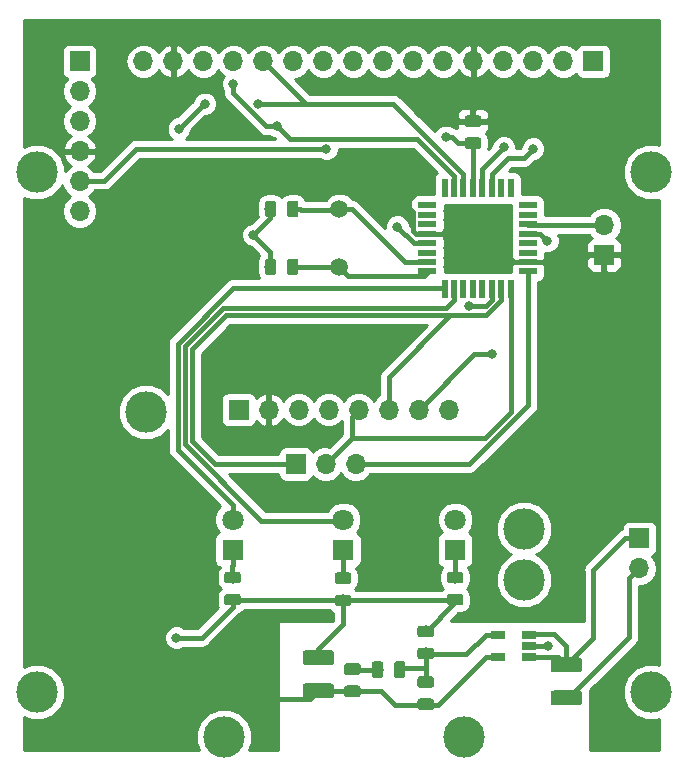
<source format=gbr>
G04 #@! TF.GenerationSoftware,KiCad,Pcbnew,(5.0.2)-1*
G04 #@! TF.CreationDate,2019-02-28T10:09:49+00:00*
G04 #@! TF.ProjectId,AircraftDataLogger,41697263-7261-4667-9444-6174614c6f67,rev?*
G04 #@! TF.SameCoordinates,Original*
G04 #@! TF.FileFunction,Copper,L1,Top*
G04 #@! TF.FilePolarity,Positive*
%FSLAX46Y46*%
G04 Gerber Fmt 4.6, Leading zero omitted, Abs format (unit mm)*
G04 Created by KiCad (PCBNEW (5.0.2)-1) date 28/02/2019 10:09:49*
%MOMM*%
%LPD*%
G01*
G04 APERTURE LIST*
G04 #@! TA.AperFunction,ComponentPad*
%ADD10C,3.500000*%
G04 #@! TD*
G04 #@! TA.AperFunction,ComponentPad*
%ADD11O,1.700000X1.700000*%
G04 #@! TD*
G04 #@! TA.AperFunction,ComponentPad*
%ADD12R,1.700000X1.700000*%
G04 #@! TD*
G04 #@! TA.AperFunction,Conductor*
%ADD13C,0.100000*%
G04 #@! TD*
G04 #@! TA.AperFunction,SMDPad,CuDef*
%ADD14C,0.975000*%
G04 #@! TD*
G04 #@! TA.AperFunction,ComponentPad*
%ADD15C,1.800000*%
G04 #@! TD*
G04 #@! TA.AperFunction,ComponentPad*
%ADD16R,1.800000X1.800000*%
G04 #@! TD*
G04 #@! TA.AperFunction,SMDPad,CuDef*
%ADD17R,1.220000X0.650000*%
G04 #@! TD*
G04 #@! TA.AperFunction,SMDPad,CuDef*
%ADD18R,1.600000X0.550000*%
G04 #@! TD*
G04 #@! TA.AperFunction,SMDPad,CuDef*
%ADD19R,0.550000X1.600000*%
G04 #@! TD*
G04 #@! TA.AperFunction,ComponentPad*
%ADD20C,1.500000*%
G04 #@! TD*
G04 #@! TA.AperFunction,SMDPad,CuDef*
%ADD21C,1.250000*%
G04 #@! TD*
G04 #@! TA.AperFunction,ViaPad*
%ADD22C,0.800000*%
G04 #@! TD*
G04 #@! TA.AperFunction,Conductor*
%ADD23C,0.400000*%
G04 #@! TD*
G04 #@! TA.AperFunction,Conductor*
%ADD24C,0.254000*%
G04 #@! TD*
G04 APERTURE END LIST*
D10*
G04 #@! TO.P,uSDL,1*
G04 #@! TO.N,N/C*
X68040000Y-106800000D03*
G04 #@! TD*
D11*
G04 #@! TO.P,J1,8*
G04 #@! TO.N,Net-(J1-Pad8)*
X87040000Y-79100000D03*
G04 #@! TO.P,J1,7*
G04 #@! TO.N,CS*
X84500000Y-79100000D03*
G04 #@! TO.P,J1,6*
G04 #@! TO.N,MOSI*
X81960000Y-79100000D03*
G04 #@! TO.P,J1,5*
G04 #@! TO.N,MISO*
X79420000Y-79100000D03*
G04 #@! TO.P,J1,4*
G04 #@! TO.N,SCK*
X76880000Y-79100000D03*
G04 #@! TO.P,J1,3*
G04 #@! TO.N,GND*
X74340000Y-79100000D03*
G04 #@! TO.P,J1,2*
G04 #@! TO.N,3V3*
X71800000Y-79100000D03*
D12*
G04 #@! TO.P,J1,1*
G04 #@! TO.N,Net-(J1-Pad1)*
X69260000Y-79100000D03*
G04 #@! TD*
D10*
G04 #@! TO.P,BAT,1*
G04 #@! TO.N,N/C*
X93400000Y-89200000D03*
G04 #@! TD*
G04 #@! TO.P,BAT,1*
G04 #@! TO.N,N/C*
X93400000Y-93500000D03*
G04 #@! TD*
G04 #@! TO.P,TL,1*
G04 #@! TO.N,N/C*
X52200000Y-59000000D03*
G04 #@! TD*
G04 #@! TO.P,uSDR,1*
G04 #@! TO.N,N/C*
X88360000Y-106800000D03*
G04 #@! TD*
G04 #@! TO.P,BL,1*
G04 #@! TO.N,N/C*
X104200000Y-103000000D03*
G04 #@! TD*
G04 #@! TO.P,TR,1*
G04 #@! TO.N,N/C*
X104200000Y-59000000D03*
G04 #@! TD*
G04 #@! TO.P,GPS,1*
G04 #@! TO.N,N/C*
X61400000Y-79300000D03*
G04 #@! TD*
D13*
G04 #@! TO.N,Net-(C1-Pad2)*
G04 #@! TO.C,C1*
G36*
X74105142Y-61401174D02*
X74128803Y-61404684D01*
X74152007Y-61410496D01*
X74174529Y-61418554D01*
X74196153Y-61428782D01*
X74216670Y-61441079D01*
X74235883Y-61455329D01*
X74253607Y-61471393D01*
X74269671Y-61489117D01*
X74283921Y-61508330D01*
X74296218Y-61528847D01*
X74306446Y-61550471D01*
X74314504Y-61572993D01*
X74320316Y-61596197D01*
X74323826Y-61619858D01*
X74325000Y-61643750D01*
X74325000Y-62556250D01*
X74323826Y-62580142D01*
X74320316Y-62603803D01*
X74314504Y-62627007D01*
X74306446Y-62649529D01*
X74296218Y-62671153D01*
X74283921Y-62691670D01*
X74269671Y-62710883D01*
X74253607Y-62728607D01*
X74235883Y-62744671D01*
X74216670Y-62758921D01*
X74196153Y-62771218D01*
X74174529Y-62781446D01*
X74152007Y-62789504D01*
X74128803Y-62795316D01*
X74105142Y-62798826D01*
X74081250Y-62800000D01*
X73593750Y-62800000D01*
X73569858Y-62798826D01*
X73546197Y-62795316D01*
X73522993Y-62789504D01*
X73500471Y-62781446D01*
X73478847Y-62771218D01*
X73458330Y-62758921D01*
X73439117Y-62744671D01*
X73421393Y-62728607D01*
X73405329Y-62710883D01*
X73391079Y-62691670D01*
X73378782Y-62671153D01*
X73368554Y-62649529D01*
X73360496Y-62627007D01*
X73354684Y-62603803D01*
X73351174Y-62580142D01*
X73350000Y-62556250D01*
X73350000Y-61643750D01*
X73351174Y-61619858D01*
X73354684Y-61596197D01*
X73360496Y-61572993D01*
X73368554Y-61550471D01*
X73378782Y-61528847D01*
X73391079Y-61508330D01*
X73405329Y-61489117D01*
X73421393Y-61471393D01*
X73439117Y-61455329D01*
X73458330Y-61441079D01*
X73478847Y-61428782D01*
X73500471Y-61418554D01*
X73522993Y-61410496D01*
X73546197Y-61404684D01*
X73569858Y-61401174D01*
X73593750Y-61400000D01*
X74081250Y-61400000D01*
X74105142Y-61401174D01*
X74105142Y-61401174D01*
G37*
D14*
G04 #@! TD*
G04 #@! TO.P,C1,2*
G04 #@! TO.N,Net-(C1-Pad2)*
X73837500Y-62100000D03*
D13*
G04 #@! TO.N,GND*
G04 #@! TO.C,C1*
G36*
X72230142Y-61401174D02*
X72253803Y-61404684D01*
X72277007Y-61410496D01*
X72299529Y-61418554D01*
X72321153Y-61428782D01*
X72341670Y-61441079D01*
X72360883Y-61455329D01*
X72378607Y-61471393D01*
X72394671Y-61489117D01*
X72408921Y-61508330D01*
X72421218Y-61528847D01*
X72431446Y-61550471D01*
X72439504Y-61572993D01*
X72445316Y-61596197D01*
X72448826Y-61619858D01*
X72450000Y-61643750D01*
X72450000Y-62556250D01*
X72448826Y-62580142D01*
X72445316Y-62603803D01*
X72439504Y-62627007D01*
X72431446Y-62649529D01*
X72421218Y-62671153D01*
X72408921Y-62691670D01*
X72394671Y-62710883D01*
X72378607Y-62728607D01*
X72360883Y-62744671D01*
X72341670Y-62758921D01*
X72321153Y-62771218D01*
X72299529Y-62781446D01*
X72277007Y-62789504D01*
X72253803Y-62795316D01*
X72230142Y-62798826D01*
X72206250Y-62800000D01*
X71718750Y-62800000D01*
X71694858Y-62798826D01*
X71671197Y-62795316D01*
X71647993Y-62789504D01*
X71625471Y-62781446D01*
X71603847Y-62771218D01*
X71583330Y-62758921D01*
X71564117Y-62744671D01*
X71546393Y-62728607D01*
X71530329Y-62710883D01*
X71516079Y-62691670D01*
X71503782Y-62671153D01*
X71493554Y-62649529D01*
X71485496Y-62627007D01*
X71479684Y-62603803D01*
X71476174Y-62580142D01*
X71475000Y-62556250D01*
X71475000Y-61643750D01*
X71476174Y-61619858D01*
X71479684Y-61596197D01*
X71485496Y-61572993D01*
X71493554Y-61550471D01*
X71503782Y-61528847D01*
X71516079Y-61508330D01*
X71530329Y-61489117D01*
X71546393Y-61471393D01*
X71564117Y-61455329D01*
X71583330Y-61441079D01*
X71603847Y-61428782D01*
X71625471Y-61418554D01*
X71647993Y-61410496D01*
X71671197Y-61404684D01*
X71694858Y-61401174D01*
X71718750Y-61400000D01*
X72206250Y-61400000D01*
X72230142Y-61401174D01*
X72230142Y-61401174D01*
G37*
D14*
G04 #@! TD*
G04 #@! TO.P,C1,1*
G04 #@! TO.N,GND*
X71962500Y-62100000D03*
D13*
G04 #@! TO.N,GND*
G04 #@! TO.C,C2*
G36*
X72230142Y-66301174D02*
X72253803Y-66304684D01*
X72277007Y-66310496D01*
X72299529Y-66318554D01*
X72321153Y-66328782D01*
X72341670Y-66341079D01*
X72360883Y-66355329D01*
X72378607Y-66371393D01*
X72394671Y-66389117D01*
X72408921Y-66408330D01*
X72421218Y-66428847D01*
X72431446Y-66450471D01*
X72439504Y-66472993D01*
X72445316Y-66496197D01*
X72448826Y-66519858D01*
X72450000Y-66543750D01*
X72450000Y-67456250D01*
X72448826Y-67480142D01*
X72445316Y-67503803D01*
X72439504Y-67527007D01*
X72431446Y-67549529D01*
X72421218Y-67571153D01*
X72408921Y-67591670D01*
X72394671Y-67610883D01*
X72378607Y-67628607D01*
X72360883Y-67644671D01*
X72341670Y-67658921D01*
X72321153Y-67671218D01*
X72299529Y-67681446D01*
X72277007Y-67689504D01*
X72253803Y-67695316D01*
X72230142Y-67698826D01*
X72206250Y-67700000D01*
X71718750Y-67700000D01*
X71694858Y-67698826D01*
X71671197Y-67695316D01*
X71647993Y-67689504D01*
X71625471Y-67681446D01*
X71603847Y-67671218D01*
X71583330Y-67658921D01*
X71564117Y-67644671D01*
X71546393Y-67628607D01*
X71530329Y-67610883D01*
X71516079Y-67591670D01*
X71503782Y-67571153D01*
X71493554Y-67549529D01*
X71485496Y-67527007D01*
X71479684Y-67503803D01*
X71476174Y-67480142D01*
X71475000Y-67456250D01*
X71475000Y-66543750D01*
X71476174Y-66519858D01*
X71479684Y-66496197D01*
X71485496Y-66472993D01*
X71493554Y-66450471D01*
X71503782Y-66428847D01*
X71516079Y-66408330D01*
X71530329Y-66389117D01*
X71546393Y-66371393D01*
X71564117Y-66355329D01*
X71583330Y-66341079D01*
X71603847Y-66328782D01*
X71625471Y-66318554D01*
X71647993Y-66310496D01*
X71671197Y-66304684D01*
X71694858Y-66301174D01*
X71718750Y-66300000D01*
X72206250Y-66300000D01*
X72230142Y-66301174D01*
X72230142Y-66301174D01*
G37*
D14*
G04 #@! TD*
G04 #@! TO.P,C2,1*
G04 #@! TO.N,GND*
X71962500Y-67000000D03*
D13*
G04 #@! TO.N,Net-(C2-Pad2)*
G04 #@! TO.C,C2*
G36*
X74105142Y-66301174D02*
X74128803Y-66304684D01*
X74152007Y-66310496D01*
X74174529Y-66318554D01*
X74196153Y-66328782D01*
X74216670Y-66341079D01*
X74235883Y-66355329D01*
X74253607Y-66371393D01*
X74269671Y-66389117D01*
X74283921Y-66408330D01*
X74296218Y-66428847D01*
X74306446Y-66450471D01*
X74314504Y-66472993D01*
X74320316Y-66496197D01*
X74323826Y-66519858D01*
X74325000Y-66543750D01*
X74325000Y-67456250D01*
X74323826Y-67480142D01*
X74320316Y-67503803D01*
X74314504Y-67527007D01*
X74306446Y-67549529D01*
X74296218Y-67571153D01*
X74283921Y-67591670D01*
X74269671Y-67610883D01*
X74253607Y-67628607D01*
X74235883Y-67644671D01*
X74216670Y-67658921D01*
X74196153Y-67671218D01*
X74174529Y-67681446D01*
X74152007Y-67689504D01*
X74128803Y-67695316D01*
X74105142Y-67698826D01*
X74081250Y-67700000D01*
X73593750Y-67700000D01*
X73569858Y-67698826D01*
X73546197Y-67695316D01*
X73522993Y-67689504D01*
X73500471Y-67681446D01*
X73478847Y-67671218D01*
X73458330Y-67658921D01*
X73439117Y-67644671D01*
X73421393Y-67628607D01*
X73405329Y-67610883D01*
X73391079Y-67591670D01*
X73378782Y-67571153D01*
X73368554Y-67549529D01*
X73360496Y-67527007D01*
X73354684Y-67503803D01*
X73351174Y-67480142D01*
X73350000Y-67456250D01*
X73350000Y-66543750D01*
X73351174Y-66519858D01*
X73354684Y-66496197D01*
X73360496Y-66472993D01*
X73368554Y-66450471D01*
X73378782Y-66428847D01*
X73391079Y-66408330D01*
X73405329Y-66389117D01*
X73421393Y-66371393D01*
X73439117Y-66355329D01*
X73458330Y-66341079D01*
X73478847Y-66328782D01*
X73500471Y-66318554D01*
X73522993Y-66310496D01*
X73546197Y-66304684D01*
X73569858Y-66301174D01*
X73593750Y-66300000D01*
X74081250Y-66300000D01*
X74105142Y-66301174D01*
X74105142Y-66301174D01*
G37*
D14*
G04 #@! TD*
G04 #@! TO.P,C2,2*
G04 #@! TO.N,Net-(C2-Pad2)*
X73837500Y-67000000D03*
D15*
G04 #@! TO.P,D1,2*
G04 #@! TO.N,FIX*
X87600000Y-88410000D03*
D16*
G04 #@! TO.P,D1,1*
G04 #@! TO.N,Net-(D1-Pad1)*
X87600000Y-90950000D03*
G04 #@! TD*
G04 #@! TO.P,D2,1*
G04 #@! TO.N,Net-(D2-Pad1)*
X68750000Y-90950000D03*
D15*
G04 #@! TO.P,D2,2*
G04 #@! TO.N,STABLE*
X68750000Y-88410000D03*
G04 #@! TD*
D16*
G04 #@! TO.P,D3,1*
G04 #@! TO.N,Net-(D3-Pad1)*
X78124000Y-90964600D03*
D15*
G04 #@! TO.P,D3,2*
G04 #@! TO.N,REC*
X78124000Y-88424600D03*
G04 #@! TD*
D13*
G04 #@! TO.N,3V3*
G04 #@! TO.C,R1*
G36*
X89580142Y-54176174D02*
X89603803Y-54179684D01*
X89627007Y-54185496D01*
X89649529Y-54193554D01*
X89671153Y-54203782D01*
X89691670Y-54216079D01*
X89710883Y-54230329D01*
X89728607Y-54246393D01*
X89744671Y-54264117D01*
X89758921Y-54283330D01*
X89771218Y-54303847D01*
X89781446Y-54325471D01*
X89789504Y-54347993D01*
X89795316Y-54371197D01*
X89798826Y-54394858D01*
X89800000Y-54418750D01*
X89800000Y-54906250D01*
X89798826Y-54930142D01*
X89795316Y-54953803D01*
X89789504Y-54977007D01*
X89781446Y-54999529D01*
X89771218Y-55021153D01*
X89758921Y-55041670D01*
X89744671Y-55060883D01*
X89728607Y-55078607D01*
X89710883Y-55094671D01*
X89691670Y-55108921D01*
X89671153Y-55121218D01*
X89649529Y-55131446D01*
X89627007Y-55139504D01*
X89603803Y-55145316D01*
X89580142Y-55148826D01*
X89556250Y-55150000D01*
X88643750Y-55150000D01*
X88619858Y-55148826D01*
X88596197Y-55145316D01*
X88572993Y-55139504D01*
X88550471Y-55131446D01*
X88528847Y-55121218D01*
X88508330Y-55108921D01*
X88489117Y-55094671D01*
X88471393Y-55078607D01*
X88455329Y-55060883D01*
X88441079Y-55041670D01*
X88428782Y-55021153D01*
X88418554Y-54999529D01*
X88410496Y-54977007D01*
X88404684Y-54953803D01*
X88401174Y-54930142D01*
X88400000Y-54906250D01*
X88400000Y-54418750D01*
X88401174Y-54394858D01*
X88404684Y-54371197D01*
X88410496Y-54347993D01*
X88418554Y-54325471D01*
X88428782Y-54303847D01*
X88441079Y-54283330D01*
X88455329Y-54264117D01*
X88471393Y-54246393D01*
X88489117Y-54230329D01*
X88508330Y-54216079D01*
X88528847Y-54203782D01*
X88550471Y-54193554D01*
X88572993Y-54185496D01*
X88596197Y-54179684D01*
X88619858Y-54176174D01*
X88643750Y-54175000D01*
X89556250Y-54175000D01*
X89580142Y-54176174D01*
X89580142Y-54176174D01*
G37*
D14*
G04 #@! TD*
G04 #@! TO.P,R1,1*
G04 #@! TO.N,3V3*
X89100000Y-54662500D03*
D13*
G04 #@! TO.N,RESET*
G04 #@! TO.C,R1*
G36*
X89580142Y-56051174D02*
X89603803Y-56054684D01*
X89627007Y-56060496D01*
X89649529Y-56068554D01*
X89671153Y-56078782D01*
X89691670Y-56091079D01*
X89710883Y-56105329D01*
X89728607Y-56121393D01*
X89744671Y-56139117D01*
X89758921Y-56158330D01*
X89771218Y-56178847D01*
X89781446Y-56200471D01*
X89789504Y-56222993D01*
X89795316Y-56246197D01*
X89798826Y-56269858D01*
X89800000Y-56293750D01*
X89800000Y-56781250D01*
X89798826Y-56805142D01*
X89795316Y-56828803D01*
X89789504Y-56852007D01*
X89781446Y-56874529D01*
X89771218Y-56896153D01*
X89758921Y-56916670D01*
X89744671Y-56935883D01*
X89728607Y-56953607D01*
X89710883Y-56969671D01*
X89691670Y-56983921D01*
X89671153Y-56996218D01*
X89649529Y-57006446D01*
X89627007Y-57014504D01*
X89603803Y-57020316D01*
X89580142Y-57023826D01*
X89556250Y-57025000D01*
X88643750Y-57025000D01*
X88619858Y-57023826D01*
X88596197Y-57020316D01*
X88572993Y-57014504D01*
X88550471Y-57006446D01*
X88528847Y-56996218D01*
X88508330Y-56983921D01*
X88489117Y-56969671D01*
X88471393Y-56953607D01*
X88455329Y-56935883D01*
X88441079Y-56916670D01*
X88428782Y-56896153D01*
X88418554Y-56874529D01*
X88410496Y-56852007D01*
X88404684Y-56828803D01*
X88401174Y-56805142D01*
X88400000Y-56781250D01*
X88400000Y-56293750D01*
X88401174Y-56269858D01*
X88404684Y-56246197D01*
X88410496Y-56222993D01*
X88418554Y-56200471D01*
X88428782Y-56178847D01*
X88441079Y-56158330D01*
X88455329Y-56139117D01*
X88471393Y-56121393D01*
X88489117Y-56105329D01*
X88508330Y-56091079D01*
X88528847Y-56078782D01*
X88550471Y-56068554D01*
X88572993Y-56060496D01*
X88596197Y-56054684D01*
X88619858Y-56051174D01*
X88643750Y-56050000D01*
X89556250Y-56050000D01*
X89580142Y-56051174D01*
X89580142Y-56051174D01*
G37*
D14*
G04 #@! TD*
G04 #@! TO.P,R1,2*
G04 #@! TO.N,RESET*
X89100000Y-56537500D03*
D13*
G04 #@! TO.N,GND*
G04 #@! TO.C,R2*
G36*
X88080142Y-94701174D02*
X88103803Y-94704684D01*
X88127007Y-94710496D01*
X88149529Y-94718554D01*
X88171153Y-94728782D01*
X88191670Y-94741079D01*
X88210883Y-94755329D01*
X88228607Y-94771393D01*
X88244671Y-94789117D01*
X88258921Y-94808330D01*
X88271218Y-94828847D01*
X88281446Y-94850471D01*
X88289504Y-94872993D01*
X88295316Y-94896197D01*
X88298826Y-94919858D01*
X88300000Y-94943750D01*
X88300000Y-95431250D01*
X88298826Y-95455142D01*
X88295316Y-95478803D01*
X88289504Y-95502007D01*
X88281446Y-95524529D01*
X88271218Y-95546153D01*
X88258921Y-95566670D01*
X88244671Y-95585883D01*
X88228607Y-95603607D01*
X88210883Y-95619671D01*
X88191670Y-95633921D01*
X88171153Y-95646218D01*
X88149529Y-95656446D01*
X88127007Y-95664504D01*
X88103803Y-95670316D01*
X88080142Y-95673826D01*
X88056250Y-95675000D01*
X87143750Y-95675000D01*
X87119858Y-95673826D01*
X87096197Y-95670316D01*
X87072993Y-95664504D01*
X87050471Y-95656446D01*
X87028847Y-95646218D01*
X87008330Y-95633921D01*
X86989117Y-95619671D01*
X86971393Y-95603607D01*
X86955329Y-95585883D01*
X86941079Y-95566670D01*
X86928782Y-95546153D01*
X86918554Y-95524529D01*
X86910496Y-95502007D01*
X86904684Y-95478803D01*
X86901174Y-95455142D01*
X86900000Y-95431250D01*
X86900000Y-94943750D01*
X86901174Y-94919858D01*
X86904684Y-94896197D01*
X86910496Y-94872993D01*
X86918554Y-94850471D01*
X86928782Y-94828847D01*
X86941079Y-94808330D01*
X86955329Y-94789117D01*
X86971393Y-94771393D01*
X86989117Y-94755329D01*
X87008330Y-94741079D01*
X87028847Y-94728782D01*
X87050471Y-94718554D01*
X87072993Y-94710496D01*
X87096197Y-94704684D01*
X87119858Y-94701174D01*
X87143750Y-94700000D01*
X88056250Y-94700000D01*
X88080142Y-94701174D01*
X88080142Y-94701174D01*
G37*
D14*
G04 #@! TD*
G04 #@! TO.P,R2,1*
G04 #@! TO.N,GND*
X87600000Y-95187500D03*
D13*
G04 #@! TO.N,Net-(D1-Pad1)*
G04 #@! TO.C,R2*
G36*
X88080142Y-92826174D02*
X88103803Y-92829684D01*
X88127007Y-92835496D01*
X88149529Y-92843554D01*
X88171153Y-92853782D01*
X88191670Y-92866079D01*
X88210883Y-92880329D01*
X88228607Y-92896393D01*
X88244671Y-92914117D01*
X88258921Y-92933330D01*
X88271218Y-92953847D01*
X88281446Y-92975471D01*
X88289504Y-92997993D01*
X88295316Y-93021197D01*
X88298826Y-93044858D01*
X88300000Y-93068750D01*
X88300000Y-93556250D01*
X88298826Y-93580142D01*
X88295316Y-93603803D01*
X88289504Y-93627007D01*
X88281446Y-93649529D01*
X88271218Y-93671153D01*
X88258921Y-93691670D01*
X88244671Y-93710883D01*
X88228607Y-93728607D01*
X88210883Y-93744671D01*
X88191670Y-93758921D01*
X88171153Y-93771218D01*
X88149529Y-93781446D01*
X88127007Y-93789504D01*
X88103803Y-93795316D01*
X88080142Y-93798826D01*
X88056250Y-93800000D01*
X87143750Y-93800000D01*
X87119858Y-93798826D01*
X87096197Y-93795316D01*
X87072993Y-93789504D01*
X87050471Y-93781446D01*
X87028847Y-93771218D01*
X87008330Y-93758921D01*
X86989117Y-93744671D01*
X86971393Y-93728607D01*
X86955329Y-93710883D01*
X86941079Y-93691670D01*
X86928782Y-93671153D01*
X86918554Y-93649529D01*
X86910496Y-93627007D01*
X86904684Y-93603803D01*
X86901174Y-93580142D01*
X86900000Y-93556250D01*
X86900000Y-93068750D01*
X86901174Y-93044858D01*
X86904684Y-93021197D01*
X86910496Y-92997993D01*
X86918554Y-92975471D01*
X86928782Y-92953847D01*
X86941079Y-92933330D01*
X86955329Y-92914117D01*
X86971393Y-92896393D01*
X86989117Y-92880329D01*
X87008330Y-92866079D01*
X87028847Y-92853782D01*
X87050471Y-92843554D01*
X87072993Y-92835496D01*
X87096197Y-92829684D01*
X87119858Y-92826174D01*
X87143750Y-92825000D01*
X88056250Y-92825000D01*
X88080142Y-92826174D01*
X88080142Y-92826174D01*
G37*
D14*
G04 #@! TD*
G04 #@! TO.P,R2,2*
G04 #@! TO.N,Net-(D1-Pad1)*
X87600000Y-93312500D03*
D13*
G04 #@! TO.N,Net-(D2-Pad1)*
G04 #@! TO.C,R3*
G36*
X69230142Y-92826174D02*
X69253803Y-92829684D01*
X69277007Y-92835496D01*
X69299529Y-92843554D01*
X69321153Y-92853782D01*
X69341670Y-92866079D01*
X69360883Y-92880329D01*
X69378607Y-92896393D01*
X69394671Y-92914117D01*
X69408921Y-92933330D01*
X69421218Y-92953847D01*
X69431446Y-92975471D01*
X69439504Y-92997993D01*
X69445316Y-93021197D01*
X69448826Y-93044858D01*
X69450000Y-93068750D01*
X69450000Y-93556250D01*
X69448826Y-93580142D01*
X69445316Y-93603803D01*
X69439504Y-93627007D01*
X69431446Y-93649529D01*
X69421218Y-93671153D01*
X69408921Y-93691670D01*
X69394671Y-93710883D01*
X69378607Y-93728607D01*
X69360883Y-93744671D01*
X69341670Y-93758921D01*
X69321153Y-93771218D01*
X69299529Y-93781446D01*
X69277007Y-93789504D01*
X69253803Y-93795316D01*
X69230142Y-93798826D01*
X69206250Y-93800000D01*
X68293750Y-93800000D01*
X68269858Y-93798826D01*
X68246197Y-93795316D01*
X68222993Y-93789504D01*
X68200471Y-93781446D01*
X68178847Y-93771218D01*
X68158330Y-93758921D01*
X68139117Y-93744671D01*
X68121393Y-93728607D01*
X68105329Y-93710883D01*
X68091079Y-93691670D01*
X68078782Y-93671153D01*
X68068554Y-93649529D01*
X68060496Y-93627007D01*
X68054684Y-93603803D01*
X68051174Y-93580142D01*
X68050000Y-93556250D01*
X68050000Y-93068750D01*
X68051174Y-93044858D01*
X68054684Y-93021197D01*
X68060496Y-92997993D01*
X68068554Y-92975471D01*
X68078782Y-92953847D01*
X68091079Y-92933330D01*
X68105329Y-92914117D01*
X68121393Y-92896393D01*
X68139117Y-92880329D01*
X68158330Y-92866079D01*
X68178847Y-92853782D01*
X68200471Y-92843554D01*
X68222993Y-92835496D01*
X68246197Y-92829684D01*
X68269858Y-92826174D01*
X68293750Y-92825000D01*
X69206250Y-92825000D01*
X69230142Y-92826174D01*
X69230142Y-92826174D01*
G37*
D14*
G04 #@! TD*
G04 #@! TO.P,R3,2*
G04 #@! TO.N,Net-(D2-Pad1)*
X68750000Y-93312500D03*
D13*
G04 #@! TO.N,GND*
G04 #@! TO.C,R3*
G36*
X69230142Y-94701174D02*
X69253803Y-94704684D01*
X69277007Y-94710496D01*
X69299529Y-94718554D01*
X69321153Y-94728782D01*
X69341670Y-94741079D01*
X69360883Y-94755329D01*
X69378607Y-94771393D01*
X69394671Y-94789117D01*
X69408921Y-94808330D01*
X69421218Y-94828847D01*
X69431446Y-94850471D01*
X69439504Y-94872993D01*
X69445316Y-94896197D01*
X69448826Y-94919858D01*
X69450000Y-94943750D01*
X69450000Y-95431250D01*
X69448826Y-95455142D01*
X69445316Y-95478803D01*
X69439504Y-95502007D01*
X69431446Y-95524529D01*
X69421218Y-95546153D01*
X69408921Y-95566670D01*
X69394671Y-95585883D01*
X69378607Y-95603607D01*
X69360883Y-95619671D01*
X69341670Y-95633921D01*
X69321153Y-95646218D01*
X69299529Y-95656446D01*
X69277007Y-95664504D01*
X69253803Y-95670316D01*
X69230142Y-95673826D01*
X69206250Y-95675000D01*
X68293750Y-95675000D01*
X68269858Y-95673826D01*
X68246197Y-95670316D01*
X68222993Y-95664504D01*
X68200471Y-95656446D01*
X68178847Y-95646218D01*
X68158330Y-95633921D01*
X68139117Y-95619671D01*
X68121393Y-95603607D01*
X68105329Y-95585883D01*
X68091079Y-95566670D01*
X68078782Y-95546153D01*
X68068554Y-95524529D01*
X68060496Y-95502007D01*
X68054684Y-95478803D01*
X68051174Y-95455142D01*
X68050000Y-95431250D01*
X68050000Y-94943750D01*
X68051174Y-94919858D01*
X68054684Y-94896197D01*
X68060496Y-94872993D01*
X68068554Y-94850471D01*
X68078782Y-94828847D01*
X68091079Y-94808330D01*
X68105329Y-94789117D01*
X68121393Y-94771393D01*
X68139117Y-94755329D01*
X68158330Y-94741079D01*
X68178847Y-94728782D01*
X68200471Y-94718554D01*
X68222993Y-94710496D01*
X68246197Y-94704684D01*
X68269858Y-94701174D01*
X68293750Y-94700000D01*
X69206250Y-94700000D01*
X69230142Y-94701174D01*
X69230142Y-94701174D01*
G37*
D14*
G04 #@! TD*
G04 #@! TO.P,R3,1*
G04 #@! TO.N,GND*
X68750000Y-95187500D03*
D13*
G04 #@! TO.N,GND*
G04 #@! TO.C,R4*
G36*
X78580142Y-94751174D02*
X78603803Y-94754684D01*
X78627007Y-94760496D01*
X78649529Y-94768554D01*
X78671153Y-94778782D01*
X78691670Y-94791079D01*
X78710883Y-94805329D01*
X78728607Y-94821393D01*
X78744671Y-94839117D01*
X78758921Y-94858330D01*
X78771218Y-94878847D01*
X78781446Y-94900471D01*
X78789504Y-94922993D01*
X78795316Y-94946197D01*
X78798826Y-94969858D01*
X78800000Y-94993750D01*
X78800000Y-95481250D01*
X78798826Y-95505142D01*
X78795316Y-95528803D01*
X78789504Y-95552007D01*
X78781446Y-95574529D01*
X78771218Y-95596153D01*
X78758921Y-95616670D01*
X78744671Y-95635883D01*
X78728607Y-95653607D01*
X78710883Y-95669671D01*
X78691670Y-95683921D01*
X78671153Y-95696218D01*
X78649529Y-95706446D01*
X78627007Y-95714504D01*
X78603803Y-95720316D01*
X78580142Y-95723826D01*
X78556250Y-95725000D01*
X77643750Y-95725000D01*
X77619858Y-95723826D01*
X77596197Y-95720316D01*
X77572993Y-95714504D01*
X77550471Y-95706446D01*
X77528847Y-95696218D01*
X77508330Y-95683921D01*
X77489117Y-95669671D01*
X77471393Y-95653607D01*
X77455329Y-95635883D01*
X77441079Y-95616670D01*
X77428782Y-95596153D01*
X77418554Y-95574529D01*
X77410496Y-95552007D01*
X77404684Y-95528803D01*
X77401174Y-95505142D01*
X77400000Y-95481250D01*
X77400000Y-94993750D01*
X77401174Y-94969858D01*
X77404684Y-94946197D01*
X77410496Y-94922993D01*
X77418554Y-94900471D01*
X77428782Y-94878847D01*
X77441079Y-94858330D01*
X77455329Y-94839117D01*
X77471393Y-94821393D01*
X77489117Y-94805329D01*
X77508330Y-94791079D01*
X77528847Y-94778782D01*
X77550471Y-94768554D01*
X77572993Y-94760496D01*
X77596197Y-94754684D01*
X77619858Y-94751174D01*
X77643750Y-94750000D01*
X78556250Y-94750000D01*
X78580142Y-94751174D01*
X78580142Y-94751174D01*
G37*
D14*
G04 #@! TD*
G04 #@! TO.P,R4,1*
G04 #@! TO.N,GND*
X78100000Y-95237500D03*
D13*
G04 #@! TO.N,Net-(D3-Pad1)*
G04 #@! TO.C,R4*
G36*
X78580142Y-92876174D02*
X78603803Y-92879684D01*
X78627007Y-92885496D01*
X78649529Y-92893554D01*
X78671153Y-92903782D01*
X78691670Y-92916079D01*
X78710883Y-92930329D01*
X78728607Y-92946393D01*
X78744671Y-92964117D01*
X78758921Y-92983330D01*
X78771218Y-93003847D01*
X78781446Y-93025471D01*
X78789504Y-93047993D01*
X78795316Y-93071197D01*
X78798826Y-93094858D01*
X78800000Y-93118750D01*
X78800000Y-93606250D01*
X78798826Y-93630142D01*
X78795316Y-93653803D01*
X78789504Y-93677007D01*
X78781446Y-93699529D01*
X78771218Y-93721153D01*
X78758921Y-93741670D01*
X78744671Y-93760883D01*
X78728607Y-93778607D01*
X78710883Y-93794671D01*
X78691670Y-93808921D01*
X78671153Y-93821218D01*
X78649529Y-93831446D01*
X78627007Y-93839504D01*
X78603803Y-93845316D01*
X78580142Y-93848826D01*
X78556250Y-93850000D01*
X77643750Y-93850000D01*
X77619858Y-93848826D01*
X77596197Y-93845316D01*
X77572993Y-93839504D01*
X77550471Y-93831446D01*
X77528847Y-93821218D01*
X77508330Y-93808921D01*
X77489117Y-93794671D01*
X77471393Y-93778607D01*
X77455329Y-93760883D01*
X77441079Y-93741670D01*
X77428782Y-93721153D01*
X77418554Y-93699529D01*
X77410496Y-93677007D01*
X77404684Y-93653803D01*
X77401174Y-93630142D01*
X77400000Y-93606250D01*
X77400000Y-93118750D01*
X77401174Y-93094858D01*
X77404684Y-93071197D01*
X77410496Y-93047993D01*
X77418554Y-93025471D01*
X77428782Y-93003847D01*
X77441079Y-92983330D01*
X77455329Y-92964117D01*
X77471393Y-92946393D01*
X77489117Y-92930329D01*
X77508330Y-92916079D01*
X77528847Y-92903782D01*
X77550471Y-92893554D01*
X77572993Y-92885496D01*
X77596197Y-92879684D01*
X77619858Y-92876174D01*
X77643750Y-92875000D01*
X78556250Y-92875000D01*
X78580142Y-92876174D01*
X78580142Y-92876174D01*
G37*
D14*
G04 #@! TD*
G04 #@! TO.P,R4,2*
G04 #@! TO.N,Net-(D3-Pad1)*
X78100000Y-93362500D03*
D17*
G04 #@! TO.P,U1,1*
G04 #@! TO.N,+9V*
X93814000Y-100050000D03*
G04 #@! TO.P,U1,2*
G04 #@! TO.N,GND*
X93814000Y-99100000D03*
G04 #@! TO.P,U1,3*
G04 #@! TO.N,+9V*
X93814000Y-98150000D03*
G04 #@! TO.P,U1,4*
G04 #@! TO.N,Net-(R5-Pad2)*
X91194000Y-98150000D03*
G04 #@! TO.P,U1,5*
G04 #@! TO.N,3V3*
X91194000Y-100050000D03*
G04 #@! TD*
D18*
G04 #@! TO.P,U4,1*
G04 #@! TO.N,Net-(U4-Pad1)*
X85250000Y-61800000D03*
G04 #@! TO.P,U4,2*
G04 #@! TO.N,Net-(U4-Pad2)*
X85250000Y-62600000D03*
G04 #@! TO.P,U4,3*
G04 #@! TO.N,Net-(U4-Pad3)*
X85250000Y-63400000D03*
G04 #@! TO.P,U4,4*
G04 #@! TO.N,3V3*
X85250000Y-64200000D03*
G04 #@! TO.P,U4,5*
G04 #@! TO.N,GND*
X85250000Y-65000000D03*
G04 #@! TO.P,U4,6*
G04 #@! TO.N,Net-(U4-Pad6)*
X85250000Y-65800000D03*
G04 #@! TO.P,U4,7*
G04 #@! TO.N,Net-(C1-Pad2)*
X85250000Y-66600000D03*
G04 #@! TO.P,U4,8*
G04 #@! TO.N,Net-(C2-Pad2)*
X85250000Y-67400000D03*
D19*
G04 #@! TO.P,U4,9*
G04 #@! TO.N,STABLE*
X86700000Y-68850000D03*
G04 #@! TO.P,U4,10*
G04 #@! TO.N,REC*
X87500000Y-68850000D03*
G04 #@! TO.P,U4,11*
G04 #@! TO.N,Net-(U4-Pad11)*
X88300000Y-68850000D03*
G04 #@! TO.P,U4,12*
G04 #@! TO.N,Net-(U4-Pad12)*
X89100000Y-68850000D03*
G04 #@! TO.P,U4,13*
G04 #@! TO.N,Net-(U4-Pad13)*
X89900000Y-68850000D03*
G04 #@! TO.P,U4,14*
G04 #@! TO.N,CS*
X90700000Y-68850000D03*
G04 #@! TO.P,U4,15*
G04 #@! TO.N,MOSI*
X91500000Y-68850000D03*
G04 #@! TO.P,U4,16*
G04 #@! TO.N,MISO*
X92300000Y-68850000D03*
D18*
G04 #@! TO.P,U4,17*
G04 #@! TO.N,SCK*
X93750000Y-67400000D03*
G04 #@! TO.P,U4,18*
G04 #@! TO.N,3V3*
X93750000Y-66600000D03*
G04 #@! TO.P,U4,19*
G04 #@! TO.N,Net-(U4-Pad19)*
X93750000Y-65800000D03*
G04 #@! TO.P,U4,20*
G04 #@! TO.N,Net-(U4-Pad20)*
X93750000Y-65000000D03*
G04 #@! TO.P,U4,21*
G04 #@! TO.N,GND*
X93750000Y-64200000D03*
G04 #@! TO.P,U4,22*
G04 #@! TO.N,Net-(J4-Pad2)*
X93750000Y-63400000D03*
G04 #@! TO.P,U4,23*
G04 #@! TO.N,Net-(U4-Pad23)*
X93750000Y-62600000D03*
G04 #@! TO.P,U4,24*
G04 #@! TO.N,Net-(U4-Pad24)*
X93750000Y-61800000D03*
D19*
G04 #@! TO.P,U4,25*
G04 #@! TO.N,Net-(U4-Pad25)*
X92300000Y-60350000D03*
G04 #@! TO.P,U4,26*
G04 #@! TO.N,Net-(U4-Pad26)*
X91500000Y-60350000D03*
G04 #@! TO.P,U4,27*
G04 #@! TO.N,SDA*
X90700000Y-60350000D03*
G04 #@! TO.P,U4,28*
G04 #@! TO.N,SCL*
X89900000Y-60350000D03*
G04 #@! TO.P,U4,29*
G04 #@! TO.N,RESET*
X89100000Y-60350000D03*
G04 #@! TO.P,U4,30*
G04 #@! TO.N,RXD*
X88300000Y-60350000D03*
G04 #@! TO.P,U4,31*
G04 #@! TO.N,TXD*
X87500000Y-60350000D03*
G04 #@! TO.P,U4,32*
G04 #@! TO.N,Net-(U4-Pad32)*
X86700000Y-60350000D03*
G04 #@! TD*
D20*
G04 #@! TO.P,Y1,1*
G04 #@! TO.N,Net-(C2-Pad2)*
X77800000Y-67000000D03*
G04 #@! TO.P,Y1,2*
G04 #@! TO.N,Net-(C1-Pad2)*
X77800000Y-62120000D03*
G04 #@! TD*
D10*
G04 #@! TO.P,BL,1*
G04 #@! TO.N,N/C*
X52200000Y-103000000D03*
G04 #@! TD*
D12*
G04 #@! TO.P,J2,1*
G04 #@! TO.N,Net-(J2-Pad1)*
X99300000Y-49600000D03*
D11*
G04 #@! TO.P,J2,2*
G04 #@! TO.N,Net-(J2-Pad2)*
X96760000Y-49600000D03*
G04 #@! TO.P,J2,3*
G04 #@! TO.N,SDA*
X94220000Y-49600000D03*
G04 #@! TO.P,J2,4*
G04 #@! TO.N,SCL*
X91680000Y-49600000D03*
G04 #@! TO.P,J2,5*
G04 #@! TO.N,3V3*
X89140000Y-49600000D03*
G04 #@! TO.P,J2,6*
G04 #@! TO.N,GND*
X86600000Y-49600000D03*
G04 #@! TO.P,J2,7*
G04 #@! TO.N,Net-(J2-Pad7)*
X84060000Y-49600000D03*
G04 #@! TO.P,J2,8*
G04 #@! TO.N,Net-(J2-Pad8)*
X81520000Y-49600000D03*
G04 #@! TO.P,J2,9*
G04 #@! TO.N,ENABLE*
X78980000Y-49600000D03*
G04 #@! TO.P,J2,10*
G04 #@! TO.N,Net-(J2-Pad10)*
X76440000Y-49600000D03*
G04 #@! TO.P,J2,11*
G04 #@! TO.N,FIX*
X73900000Y-49600000D03*
G04 #@! TO.P,J2,12*
G04 #@! TO.N,RXD*
X71360000Y-49600000D03*
G04 #@! TO.P,J2,13*
G04 #@! TO.N,TXD*
X68820000Y-49600000D03*
G04 #@! TO.P,J2,14*
G04 #@! TO.N,GND*
X66280000Y-49600000D03*
G04 #@! TO.P,J2,15*
G04 #@! TO.N,3V3*
X63740000Y-49600000D03*
G04 #@! TO.P,J2,16*
G04 #@! TO.N,Net-(J2-Pad16)*
X61200000Y-49600000D03*
G04 #@! TD*
G04 #@! TO.P,J4,2*
G04 #@! TO.N,Net-(J4-Pad2)*
X100200000Y-63460000D03*
D12*
G04 #@! TO.P,J4,1*
G04 #@! TO.N,3V3*
X100200000Y-66000000D03*
G04 #@! TD*
D13*
G04 #@! TO.N,Net-(R5-Pad2)*
G04 #@! TO.C,R5*
G36*
X85580142Y-101676174D02*
X85603803Y-101679684D01*
X85627007Y-101685496D01*
X85649529Y-101693554D01*
X85671153Y-101703782D01*
X85691670Y-101716079D01*
X85710883Y-101730329D01*
X85728607Y-101746393D01*
X85744671Y-101764117D01*
X85758921Y-101783330D01*
X85771218Y-101803847D01*
X85781446Y-101825471D01*
X85789504Y-101847993D01*
X85795316Y-101871197D01*
X85798826Y-101894858D01*
X85800000Y-101918750D01*
X85800000Y-102406250D01*
X85798826Y-102430142D01*
X85795316Y-102453803D01*
X85789504Y-102477007D01*
X85781446Y-102499529D01*
X85771218Y-102521153D01*
X85758921Y-102541670D01*
X85744671Y-102560883D01*
X85728607Y-102578607D01*
X85710883Y-102594671D01*
X85691670Y-102608921D01*
X85671153Y-102621218D01*
X85649529Y-102631446D01*
X85627007Y-102639504D01*
X85603803Y-102645316D01*
X85580142Y-102648826D01*
X85556250Y-102650000D01*
X84643750Y-102650000D01*
X84619858Y-102648826D01*
X84596197Y-102645316D01*
X84572993Y-102639504D01*
X84550471Y-102631446D01*
X84528847Y-102621218D01*
X84508330Y-102608921D01*
X84489117Y-102594671D01*
X84471393Y-102578607D01*
X84455329Y-102560883D01*
X84441079Y-102541670D01*
X84428782Y-102521153D01*
X84418554Y-102499529D01*
X84410496Y-102477007D01*
X84404684Y-102453803D01*
X84401174Y-102430142D01*
X84400000Y-102406250D01*
X84400000Y-101918750D01*
X84401174Y-101894858D01*
X84404684Y-101871197D01*
X84410496Y-101847993D01*
X84418554Y-101825471D01*
X84428782Y-101803847D01*
X84441079Y-101783330D01*
X84455329Y-101764117D01*
X84471393Y-101746393D01*
X84489117Y-101730329D01*
X84508330Y-101716079D01*
X84528847Y-101703782D01*
X84550471Y-101693554D01*
X84572993Y-101685496D01*
X84596197Y-101679684D01*
X84619858Y-101676174D01*
X84643750Y-101675000D01*
X85556250Y-101675000D01*
X85580142Y-101676174D01*
X85580142Y-101676174D01*
G37*
D14*
G04 #@! TD*
G04 #@! TO.P,R5,2*
G04 #@! TO.N,Net-(R5-Pad2)*
X85100000Y-102162500D03*
D13*
G04 #@! TO.N,3V3*
G04 #@! TO.C,R5*
G36*
X85580142Y-103551174D02*
X85603803Y-103554684D01*
X85627007Y-103560496D01*
X85649529Y-103568554D01*
X85671153Y-103578782D01*
X85691670Y-103591079D01*
X85710883Y-103605329D01*
X85728607Y-103621393D01*
X85744671Y-103639117D01*
X85758921Y-103658330D01*
X85771218Y-103678847D01*
X85781446Y-103700471D01*
X85789504Y-103722993D01*
X85795316Y-103746197D01*
X85798826Y-103769858D01*
X85800000Y-103793750D01*
X85800000Y-104281250D01*
X85798826Y-104305142D01*
X85795316Y-104328803D01*
X85789504Y-104352007D01*
X85781446Y-104374529D01*
X85771218Y-104396153D01*
X85758921Y-104416670D01*
X85744671Y-104435883D01*
X85728607Y-104453607D01*
X85710883Y-104469671D01*
X85691670Y-104483921D01*
X85671153Y-104496218D01*
X85649529Y-104506446D01*
X85627007Y-104514504D01*
X85603803Y-104520316D01*
X85580142Y-104523826D01*
X85556250Y-104525000D01*
X84643750Y-104525000D01*
X84619858Y-104523826D01*
X84596197Y-104520316D01*
X84572993Y-104514504D01*
X84550471Y-104506446D01*
X84528847Y-104496218D01*
X84508330Y-104483921D01*
X84489117Y-104469671D01*
X84471393Y-104453607D01*
X84455329Y-104435883D01*
X84441079Y-104416670D01*
X84428782Y-104396153D01*
X84418554Y-104374529D01*
X84410496Y-104352007D01*
X84404684Y-104328803D01*
X84401174Y-104305142D01*
X84400000Y-104281250D01*
X84400000Y-103793750D01*
X84401174Y-103769858D01*
X84404684Y-103746197D01*
X84410496Y-103722993D01*
X84418554Y-103700471D01*
X84428782Y-103678847D01*
X84441079Y-103658330D01*
X84455329Y-103639117D01*
X84471393Y-103621393D01*
X84489117Y-103605329D01*
X84508330Y-103591079D01*
X84528847Y-103578782D01*
X84550471Y-103568554D01*
X84572993Y-103560496D01*
X84596197Y-103554684D01*
X84619858Y-103551174D01*
X84643750Y-103550000D01*
X85556250Y-103550000D01*
X85580142Y-103551174D01*
X85580142Y-103551174D01*
G37*
D14*
G04 #@! TD*
G04 #@! TO.P,R5,1*
G04 #@! TO.N,3V3*
X85100000Y-104037500D03*
D13*
G04 #@! TO.N,Net-(R5-Pad2)*
G04 #@! TO.C,R6*
G36*
X85580142Y-99251174D02*
X85603803Y-99254684D01*
X85627007Y-99260496D01*
X85649529Y-99268554D01*
X85671153Y-99278782D01*
X85691670Y-99291079D01*
X85710883Y-99305329D01*
X85728607Y-99321393D01*
X85744671Y-99339117D01*
X85758921Y-99358330D01*
X85771218Y-99378847D01*
X85781446Y-99400471D01*
X85789504Y-99422993D01*
X85795316Y-99446197D01*
X85798826Y-99469858D01*
X85800000Y-99493750D01*
X85800000Y-99981250D01*
X85798826Y-100005142D01*
X85795316Y-100028803D01*
X85789504Y-100052007D01*
X85781446Y-100074529D01*
X85771218Y-100096153D01*
X85758921Y-100116670D01*
X85744671Y-100135883D01*
X85728607Y-100153607D01*
X85710883Y-100169671D01*
X85691670Y-100183921D01*
X85671153Y-100196218D01*
X85649529Y-100206446D01*
X85627007Y-100214504D01*
X85603803Y-100220316D01*
X85580142Y-100223826D01*
X85556250Y-100225000D01*
X84643750Y-100225000D01*
X84619858Y-100223826D01*
X84596197Y-100220316D01*
X84572993Y-100214504D01*
X84550471Y-100206446D01*
X84528847Y-100196218D01*
X84508330Y-100183921D01*
X84489117Y-100169671D01*
X84471393Y-100153607D01*
X84455329Y-100135883D01*
X84441079Y-100116670D01*
X84428782Y-100096153D01*
X84418554Y-100074529D01*
X84410496Y-100052007D01*
X84404684Y-100028803D01*
X84401174Y-100005142D01*
X84400000Y-99981250D01*
X84400000Y-99493750D01*
X84401174Y-99469858D01*
X84404684Y-99446197D01*
X84410496Y-99422993D01*
X84418554Y-99400471D01*
X84428782Y-99378847D01*
X84441079Y-99358330D01*
X84455329Y-99339117D01*
X84471393Y-99321393D01*
X84489117Y-99305329D01*
X84508330Y-99291079D01*
X84528847Y-99278782D01*
X84550471Y-99268554D01*
X84572993Y-99260496D01*
X84596197Y-99254684D01*
X84619858Y-99251174D01*
X84643750Y-99250000D01*
X85556250Y-99250000D01*
X85580142Y-99251174D01*
X85580142Y-99251174D01*
G37*
D14*
G04 #@! TD*
G04 #@! TO.P,R6,1*
G04 #@! TO.N,Net-(R5-Pad2)*
X85100000Y-99737500D03*
D13*
G04 #@! TO.N,GND*
G04 #@! TO.C,R6*
G36*
X85580142Y-97376174D02*
X85603803Y-97379684D01*
X85627007Y-97385496D01*
X85649529Y-97393554D01*
X85671153Y-97403782D01*
X85691670Y-97416079D01*
X85710883Y-97430329D01*
X85728607Y-97446393D01*
X85744671Y-97464117D01*
X85758921Y-97483330D01*
X85771218Y-97503847D01*
X85781446Y-97525471D01*
X85789504Y-97547993D01*
X85795316Y-97571197D01*
X85798826Y-97594858D01*
X85800000Y-97618750D01*
X85800000Y-98106250D01*
X85798826Y-98130142D01*
X85795316Y-98153803D01*
X85789504Y-98177007D01*
X85781446Y-98199529D01*
X85771218Y-98221153D01*
X85758921Y-98241670D01*
X85744671Y-98260883D01*
X85728607Y-98278607D01*
X85710883Y-98294671D01*
X85691670Y-98308921D01*
X85671153Y-98321218D01*
X85649529Y-98331446D01*
X85627007Y-98339504D01*
X85603803Y-98345316D01*
X85580142Y-98348826D01*
X85556250Y-98350000D01*
X84643750Y-98350000D01*
X84619858Y-98348826D01*
X84596197Y-98345316D01*
X84572993Y-98339504D01*
X84550471Y-98331446D01*
X84528847Y-98321218D01*
X84508330Y-98308921D01*
X84489117Y-98294671D01*
X84471393Y-98278607D01*
X84455329Y-98260883D01*
X84441079Y-98241670D01*
X84428782Y-98221153D01*
X84418554Y-98199529D01*
X84410496Y-98177007D01*
X84404684Y-98153803D01*
X84401174Y-98130142D01*
X84400000Y-98106250D01*
X84400000Y-97618750D01*
X84401174Y-97594858D01*
X84404684Y-97571197D01*
X84410496Y-97547993D01*
X84418554Y-97525471D01*
X84428782Y-97503847D01*
X84441079Y-97483330D01*
X84455329Y-97464117D01*
X84471393Y-97446393D01*
X84489117Y-97430329D01*
X84508330Y-97416079D01*
X84528847Y-97403782D01*
X84550471Y-97393554D01*
X84572993Y-97385496D01*
X84596197Y-97379684D01*
X84619858Y-97376174D01*
X84643750Y-97375000D01*
X85556250Y-97375000D01*
X85580142Y-97376174D01*
X85580142Y-97376174D01*
G37*
D14*
G04 #@! TD*
G04 #@! TO.P,R6,2*
G04 #@! TO.N,GND*
X85100000Y-97862500D03*
D13*
G04 #@! TO.N,3V3*
G04 #@! TO.C,C5*
G36*
X79380142Y-102451174D02*
X79403803Y-102454684D01*
X79427007Y-102460496D01*
X79449529Y-102468554D01*
X79471153Y-102478782D01*
X79491670Y-102491079D01*
X79510883Y-102505329D01*
X79528607Y-102521393D01*
X79544671Y-102539117D01*
X79558921Y-102558330D01*
X79571218Y-102578847D01*
X79581446Y-102600471D01*
X79589504Y-102622993D01*
X79595316Y-102646197D01*
X79598826Y-102669858D01*
X79600000Y-102693750D01*
X79600000Y-103181250D01*
X79598826Y-103205142D01*
X79595316Y-103228803D01*
X79589504Y-103252007D01*
X79581446Y-103274529D01*
X79571218Y-103296153D01*
X79558921Y-103316670D01*
X79544671Y-103335883D01*
X79528607Y-103353607D01*
X79510883Y-103369671D01*
X79491670Y-103383921D01*
X79471153Y-103396218D01*
X79449529Y-103406446D01*
X79427007Y-103414504D01*
X79403803Y-103420316D01*
X79380142Y-103423826D01*
X79356250Y-103425000D01*
X78443750Y-103425000D01*
X78419858Y-103423826D01*
X78396197Y-103420316D01*
X78372993Y-103414504D01*
X78350471Y-103406446D01*
X78328847Y-103396218D01*
X78308330Y-103383921D01*
X78289117Y-103369671D01*
X78271393Y-103353607D01*
X78255329Y-103335883D01*
X78241079Y-103316670D01*
X78228782Y-103296153D01*
X78218554Y-103274529D01*
X78210496Y-103252007D01*
X78204684Y-103228803D01*
X78201174Y-103205142D01*
X78200000Y-103181250D01*
X78200000Y-102693750D01*
X78201174Y-102669858D01*
X78204684Y-102646197D01*
X78210496Y-102622993D01*
X78218554Y-102600471D01*
X78228782Y-102578847D01*
X78241079Y-102558330D01*
X78255329Y-102539117D01*
X78271393Y-102521393D01*
X78289117Y-102505329D01*
X78308330Y-102491079D01*
X78328847Y-102478782D01*
X78350471Y-102468554D01*
X78372993Y-102460496D01*
X78396197Y-102454684D01*
X78419858Y-102451174D01*
X78443750Y-102450000D01*
X79356250Y-102450000D01*
X79380142Y-102451174D01*
X79380142Y-102451174D01*
G37*
D14*
G04 #@! TD*
G04 #@! TO.P,C5,1*
G04 #@! TO.N,3V3*
X78900000Y-102937500D03*
D13*
G04 #@! TO.N,Net-(C5-Pad2)*
G04 #@! TO.C,C5*
G36*
X79380142Y-100576174D02*
X79403803Y-100579684D01*
X79427007Y-100585496D01*
X79449529Y-100593554D01*
X79471153Y-100603782D01*
X79491670Y-100616079D01*
X79510883Y-100630329D01*
X79528607Y-100646393D01*
X79544671Y-100664117D01*
X79558921Y-100683330D01*
X79571218Y-100703847D01*
X79581446Y-100725471D01*
X79589504Y-100747993D01*
X79595316Y-100771197D01*
X79598826Y-100794858D01*
X79600000Y-100818750D01*
X79600000Y-101306250D01*
X79598826Y-101330142D01*
X79595316Y-101353803D01*
X79589504Y-101377007D01*
X79581446Y-101399529D01*
X79571218Y-101421153D01*
X79558921Y-101441670D01*
X79544671Y-101460883D01*
X79528607Y-101478607D01*
X79510883Y-101494671D01*
X79491670Y-101508921D01*
X79471153Y-101521218D01*
X79449529Y-101531446D01*
X79427007Y-101539504D01*
X79403803Y-101545316D01*
X79380142Y-101548826D01*
X79356250Y-101550000D01*
X78443750Y-101550000D01*
X78419858Y-101548826D01*
X78396197Y-101545316D01*
X78372993Y-101539504D01*
X78350471Y-101531446D01*
X78328847Y-101521218D01*
X78308330Y-101508921D01*
X78289117Y-101494671D01*
X78271393Y-101478607D01*
X78255329Y-101460883D01*
X78241079Y-101441670D01*
X78228782Y-101421153D01*
X78218554Y-101399529D01*
X78210496Y-101377007D01*
X78204684Y-101353803D01*
X78201174Y-101330142D01*
X78200000Y-101306250D01*
X78200000Y-100818750D01*
X78201174Y-100794858D01*
X78204684Y-100771197D01*
X78210496Y-100747993D01*
X78218554Y-100725471D01*
X78228782Y-100703847D01*
X78241079Y-100683330D01*
X78255329Y-100664117D01*
X78271393Y-100646393D01*
X78289117Y-100630329D01*
X78308330Y-100616079D01*
X78328847Y-100603782D01*
X78350471Y-100593554D01*
X78372993Y-100585496D01*
X78396197Y-100579684D01*
X78419858Y-100576174D01*
X78443750Y-100575000D01*
X79356250Y-100575000D01*
X79380142Y-100576174D01*
X79380142Y-100576174D01*
G37*
D14*
G04 #@! TD*
G04 #@! TO.P,C5,2*
G04 #@! TO.N,Net-(C5-Pad2)*
X78900000Y-101062500D03*
D13*
G04 #@! TO.N,Net-(C5-Pad2)*
G04 #@! TO.C,R7*
G36*
X81292642Y-100401174D02*
X81316303Y-100404684D01*
X81339507Y-100410496D01*
X81362029Y-100418554D01*
X81383653Y-100428782D01*
X81404170Y-100441079D01*
X81423383Y-100455329D01*
X81441107Y-100471393D01*
X81457171Y-100489117D01*
X81471421Y-100508330D01*
X81483718Y-100528847D01*
X81493946Y-100550471D01*
X81502004Y-100572993D01*
X81507816Y-100596197D01*
X81511326Y-100619858D01*
X81512500Y-100643750D01*
X81512500Y-101556250D01*
X81511326Y-101580142D01*
X81507816Y-101603803D01*
X81502004Y-101627007D01*
X81493946Y-101649529D01*
X81483718Y-101671153D01*
X81471421Y-101691670D01*
X81457171Y-101710883D01*
X81441107Y-101728607D01*
X81423383Y-101744671D01*
X81404170Y-101758921D01*
X81383653Y-101771218D01*
X81362029Y-101781446D01*
X81339507Y-101789504D01*
X81316303Y-101795316D01*
X81292642Y-101798826D01*
X81268750Y-101800000D01*
X80781250Y-101800000D01*
X80757358Y-101798826D01*
X80733697Y-101795316D01*
X80710493Y-101789504D01*
X80687971Y-101781446D01*
X80666347Y-101771218D01*
X80645830Y-101758921D01*
X80626617Y-101744671D01*
X80608893Y-101728607D01*
X80592829Y-101710883D01*
X80578579Y-101691670D01*
X80566282Y-101671153D01*
X80556054Y-101649529D01*
X80547996Y-101627007D01*
X80542184Y-101603803D01*
X80538674Y-101580142D01*
X80537500Y-101556250D01*
X80537500Y-100643750D01*
X80538674Y-100619858D01*
X80542184Y-100596197D01*
X80547996Y-100572993D01*
X80556054Y-100550471D01*
X80566282Y-100528847D01*
X80578579Y-100508330D01*
X80592829Y-100489117D01*
X80608893Y-100471393D01*
X80626617Y-100455329D01*
X80645830Y-100441079D01*
X80666347Y-100428782D01*
X80687971Y-100418554D01*
X80710493Y-100410496D01*
X80733697Y-100404684D01*
X80757358Y-100401174D01*
X80781250Y-100400000D01*
X81268750Y-100400000D01*
X81292642Y-100401174D01*
X81292642Y-100401174D01*
G37*
D14*
G04 #@! TD*
G04 #@! TO.P,R7,1*
G04 #@! TO.N,Net-(C5-Pad2)*
X81025000Y-101100000D03*
D13*
G04 #@! TO.N,Net-(R5-Pad2)*
G04 #@! TO.C,R7*
G36*
X83167642Y-100401174D02*
X83191303Y-100404684D01*
X83214507Y-100410496D01*
X83237029Y-100418554D01*
X83258653Y-100428782D01*
X83279170Y-100441079D01*
X83298383Y-100455329D01*
X83316107Y-100471393D01*
X83332171Y-100489117D01*
X83346421Y-100508330D01*
X83358718Y-100528847D01*
X83368946Y-100550471D01*
X83377004Y-100572993D01*
X83382816Y-100596197D01*
X83386326Y-100619858D01*
X83387500Y-100643750D01*
X83387500Y-101556250D01*
X83386326Y-101580142D01*
X83382816Y-101603803D01*
X83377004Y-101627007D01*
X83368946Y-101649529D01*
X83358718Y-101671153D01*
X83346421Y-101691670D01*
X83332171Y-101710883D01*
X83316107Y-101728607D01*
X83298383Y-101744671D01*
X83279170Y-101758921D01*
X83258653Y-101771218D01*
X83237029Y-101781446D01*
X83214507Y-101789504D01*
X83191303Y-101795316D01*
X83167642Y-101798826D01*
X83143750Y-101800000D01*
X82656250Y-101800000D01*
X82632358Y-101798826D01*
X82608697Y-101795316D01*
X82585493Y-101789504D01*
X82562971Y-101781446D01*
X82541347Y-101771218D01*
X82520830Y-101758921D01*
X82501617Y-101744671D01*
X82483893Y-101728607D01*
X82467829Y-101710883D01*
X82453579Y-101691670D01*
X82441282Y-101671153D01*
X82431054Y-101649529D01*
X82422996Y-101627007D01*
X82417184Y-101603803D01*
X82413674Y-101580142D01*
X82412500Y-101556250D01*
X82412500Y-100643750D01*
X82413674Y-100619858D01*
X82417184Y-100596197D01*
X82422996Y-100572993D01*
X82431054Y-100550471D01*
X82441282Y-100528847D01*
X82453579Y-100508330D01*
X82467829Y-100489117D01*
X82483893Y-100471393D01*
X82501617Y-100455329D01*
X82520830Y-100441079D01*
X82541347Y-100428782D01*
X82562971Y-100418554D01*
X82585493Y-100410496D01*
X82608697Y-100404684D01*
X82632358Y-100401174D01*
X82656250Y-100400000D01*
X83143750Y-100400000D01*
X83167642Y-100401174D01*
X83167642Y-100401174D01*
G37*
D14*
G04 #@! TD*
G04 #@! TO.P,R7,2*
G04 #@! TO.N,Net-(R5-Pad2)*
X82900000Y-101100000D03*
D12*
G04 #@! TO.P,J5,1*
G04 #@! TO.N,+9V*
X103200000Y-90000000D03*
D11*
G04 #@! TO.P,J5,2*
G04 #@! TO.N,GND*
X103200000Y-92540000D03*
G04 #@! TD*
D13*
G04 #@! TO.N,GND*
G04 #@! TO.C,C3*
G36*
X98099504Y-102876204D02*
X98123773Y-102879804D01*
X98147571Y-102885765D01*
X98170671Y-102894030D01*
X98192849Y-102904520D01*
X98213893Y-102917133D01*
X98233598Y-102931747D01*
X98251777Y-102948223D01*
X98268253Y-102966402D01*
X98282867Y-102986107D01*
X98295480Y-103007151D01*
X98305970Y-103029329D01*
X98314235Y-103052429D01*
X98320196Y-103076227D01*
X98323796Y-103100496D01*
X98325000Y-103125000D01*
X98325000Y-103875000D01*
X98323796Y-103899504D01*
X98320196Y-103923773D01*
X98314235Y-103947571D01*
X98305970Y-103970671D01*
X98295480Y-103992849D01*
X98282867Y-104013893D01*
X98268253Y-104033598D01*
X98251777Y-104051777D01*
X98233598Y-104068253D01*
X98213893Y-104082867D01*
X98192849Y-104095480D01*
X98170671Y-104105970D01*
X98147571Y-104114235D01*
X98123773Y-104120196D01*
X98099504Y-104123796D01*
X98075000Y-104125000D01*
X95925000Y-104125000D01*
X95900496Y-104123796D01*
X95876227Y-104120196D01*
X95852429Y-104114235D01*
X95829329Y-104105970D01*
X95807151Y-104095480D01*
X95786107Y-104082867D01*
X95766402Y-104068253D01*
X95748223Y-104051777D01*
X95731747Y-104033598D01*
X95717133Y-104013893D01*
X95704520Y-103992849D01*
X95694030Y-103970671D01*
X95685765Y-103947571D01*
X95679804Y-103923773D01*
X95676204Y-103899504D01*
X95675000Y-103875000D01*
X95675000Y-103125000D01*
X95676204Y-103100496D01*
X95679804Y-103076227D01*
X95685765Y-103052429D01*
X95694030Y-103029329D01*
X95704520Y-103007151D01*
X95717133Y-102986107D01*
X95731747Y-102966402D01*
X95748223Y-102948223D01*
X95766402Y-102931747D01*
X95786107Y-102917133D01*
X95807151Y-102904520D01*
X95829329Y-102894030D01*
X95852429Y-102885765D01*
X95876227Y-102879804D01*
X95900496Y-102876204D01*
X95925000Y-102875000D01*
X98075000Y-102875000D01*
X98099504Y-102876204D01*
X98099504Y-102876204D01*
G37*
D21*
G04 #@! TD*
G04 #@! TO.P,C3,2*
G04 #@! TO.N,GND*
X97000000Y-103500000D03*
D13*
G04 #@! TO.N,+9V*
G04 #@! TO.C,C3*
G36*
X98099504Y-100076204D02*
X98123773Y-100079804D01*
X98147571Y-100085765D01*
X98170671Y-100094030D01*
X98192849Y-100104520D01*
X98213893Y-100117133D01*
X98233598Y-100131747D01*
X98251777Y-100148223D01*
X98268253Y-100166402D01*
X98282867Y-100186107D01*
X98295480Y-100207151D01*
X98305970Y-100229329D01*
X98314235Y-100252429D01*
X98320196Y-100276227D01*
X98323796Y-100300496D01*
X98325000Y-100325000D01*
X98325000Y-101075000D01*
X98323796Y-101099504D01*
X98320196Y-101123773D01*
X98314235Y-101147571D01*
X98305970Y-101170671D01*
X98295480Y-101192849D01*
X98282867Y-101213893D01*
X98268253Y-101233598D01*
X98251777Y-101251777D01*
X98233598Y-101268253D01*
X98213893Y-101282867D01*
X98192849Y-101295480D01*
X98170671Y-101305970D01*
X98147571Y-101314235D01*
X98123773Y-101320196D01*
X98099504Y-101323796D01*
X98075000Y-101325000D01*
X95925000Y-101325000D01*
X95900496Y-101323796D01*
X95876227Y-101320196D01*
X95852429Y-101314235D01*
X95829329Y-101305970D01*
X95807151Y-101295480D01*
X95786107Y-101282867D01*
X95766402Y-101268253D01*
X95748223Y-101251777D01*
X95731747Y-101233598D01*
X95717133Y-101213893D01*
X95704520Y-101192849D01*
X95694030Y-101170671D01*
X95685765Y-101147571D01*
X95679804Y-101123773D01*
X95676204Y-101099504D01*
X95675000Y-101075000D01*
X95675000Y-100325000D01*
X95676204Y-100300496D01*
X95679804Y-100276227D01*
X95685765Y-100252429D01*
X95694030Y-100229329D01*
X95704520Y-100207151D01*
X95717133Y-100186107D01*
X95731747Y-100166402D01*
X95748223Y-100148223D01*
X95766402Y-100131747D01*
X95786107Y-100117133D01*
X95807151Y-100104520D01*
X95829329Y-100094030D01*
X95852429Y-100085765D01*
X95876227Y-100079804D01*
X95900496Y-100076204D01*
X95925000Y-100075000D01*
X98075000Y-100075000D01*
X98099504Y-100076204D01*
X98099504Y-100076204D01*
G37*
D21*
G04 #@! TD*
G04 #@! TO.P,C3,1*
G04 #@! TO.N,+9V*
X97000000Y-100700000D03*
D13*
G04 #@! TO.N,3V3*
G04 #@! TO.C,C4*
G36*
X77099504Y-102276204D02*
X77123773Y-102279804D01*
X77147571Y-102285765D01*
X77170671Y-102294030D01*
X77192849Y-102304520D01*
X77213893Y-102317133D01*
X77233598Y-102331747D01*
X77251777Y-102348223D01*
X77268253Y-102366402D01*
X77282867Y-102386107D01*
X77295480Y-102407151D01*
X77305970Y-102429329D01*
X77314235Y-102452429D01*
X77320196Y-102476227D01*
X77323796Y-102500496D01*
X77325000Y-102525000D01*
X77325000Y-103275000D01*
X77323796Y-103299504D01*
X77320196Y-103323773D01*
X77314235Y-103347571D01*
X77305970Y-103370671D01*
X77295480Y-103392849D01*
X77282867Y-103413893D01*
X77268253Y-103433598D01*
X77251777Y-103451777D01*
X77233598Y-103468253D01*
X77213893Y-103482867D01*
X77192849Y-103495480D01*
X77170671Y-103505970D01*
X77147571Y-103514235D01*
X77123773Y-103520196D01*
X77099504Y-103523796D01*
X77075000Y-103525000D01*
X74925000Y-103525000D01*
X74900496Y-103523796D01*
X74876227Y-103520196D01*
X74852429Y-103514235D01*
X74829329Y-103505970D01*
X74807151Y-103495480D01*
X74786107Y-103482867D01*
X74766402Y-103468253D01*
X74748223Y-103451777D01*
X74731747Y-103433598D01*
X74717133Y-103413893D01*
X74704520Y-103392849D01*
X74694030Y-103370671D01*
X74685765Y-103347571D01*
X74679804Y-103323773D01*
X74676204Y-103299504D01*
X74675000Y-103275000D01*
X74675000Y-102525000D01*
X74676204Y-102500496D01*
X74679804Y-102476227D01*
X74685765Y-102452429D01*
X74694030Y-102429329D01*
X74704520Y-102407151D01*
X74717133Y-102386107D01*
X74731747Y-102366402D01*
X74748223Y-102348223D01*
X74766402Y-102331747D01*
X74786107Y-102317133D01*
X74807151Y-102304520D01*
X74829329Y-102294030D01*
X74852429Y-102285765D01*
X74876227Y-102279804D01*
X74900496Y-102276204D01*
X74925000Y-102275000D01*
X77075000Y-102275000D01*
X77099504Y-102276204D01*
X77099504Y-102276204D01*
G37*
D21*
G04 #@! TD*
G04 #@! TO.P,C4,1*
G04 #@! TO.N,3V3*
X76000000Y-102900000D03*
D13*
G04 #@! TO.N,GND*
G04 #@! TO.C,C4*
G36*
X77099504Y-99476204D02*
X77123773Y-99479804D01*
X77147571Y-99485765D01*
X77170671Y-99494030D01*
X77192849Y-99504520D01*
X77213893Y-99517133D01*
X77233598Y-99531747D01*
X77251777Y-99548223D01*
X77268253Y-99566402D01*
X77282867Y-99586107D01*
X77295480Y-99607151D01*
X77305970Y-99629329D01*
X77314235Y-99652429D01*
X77320196Y-99676227D01*
X77323796Y-99700496D01*
X77325000Y-99725000D01*
X77325000Y-100475000D01*
X77323796Y-100499504D01*
X77320196Y-100523773D01*
X77314235Y-100547571D01*
X77305970Y-100570671D01*
X77295480Y-100592849D01*
X77282867Y-100613893D01*
X77268253Y-100633598D01*
X77251777Y-100651777D01*
X77233598Y-100668253D01*
X77213893Y-100682867D01*
X77192849Y-100695480D01*
X77170671Y-100705970D01*
X77147571Y-100714235D01*
X77123773Y-100720196D01*
X77099504Y-100723796D01*
X77075000Y-100725000D01*
X74925000Y-100725000D01*
X74900496Y-100723796D01*
X74876227Y-100720196D01*
X74852429Y-100714235D01*
X74829329Y-100705970D01*
X74807151Y-100695480D01*
X74786107Y-100682867D01*
X74766402Y-100668253D01*
X74748223Y-100651777D01*
X74731747Y-100633598D01*
X74717133Y-100613893D01*
X74704520Y-100592849D01*
X74694030Y-100570671D01*
X74685765Y-100547571D01*
X74679804Y-100523773D01*
X74676204Y-100499504D01*
X74675000Y-100475000D01*
X74675000Y-99725000D01*
X74676204Y-99700496D01*
X74679804Y-99676227D01*
X74685765Y-99652429D01*
X74694030Y-99629329D01*
X74704520Y-99607151D01*
X74717133Y-99586107D01*
X74731747Y-99566402D01*
X74748223Y-99548223D01*
X74766402Y-99531747D01*
X74786107Y-99517133D01*
X74807151Y-99504520D01*
X74829329Y-99494030D01*
X74852429Y-99485765D01*
X74876227Y-99479804D01*
X74900496Y-99476204D01*
X74925000Y-99475000D01*
X77075000Y-99475000D01*
X77099504Y-99476204D01*
X77099504Y-99476204D01*
G37*
D21*
G04 #@! TD*
G04 #@! TO.P,C4,2*
G04 #@! TO.N,GND*
X76000000Y-100100000D03*
D12*
G04 #@! TO.P,J6,1*
G04 #@! TO.N,MOSI*
X74100000Y-83700000D03*
D11*
G04 #@! TO.P,J6,2*
G04 #@! TO.N,MISO*
X76640000Y-83700000D03*
G04 #@! TO.P,J6,3*
G04 #@! TO.N,SCK*
X79180000Y-83700000D03*
G04 #@! TD*
D12*
G04 #@! TO.P,J3,1*
G04 #@! TO.N,TXD*
X55800000Y-49600000D03*
D11*
G04 #@! TO.P,J3,2*
G04 #@! TO.N,RXD*
X55800000Y-52140000D03*
G04 #@! TO.P,J3,3*
G04 #@! TO.N,RESET*
X55800000Y-54680000D03*
G04 #@! TO.P,J3,4*
G04 #@! TO.N,3V3*
X55800000Y-57220000D03*
G04 #@! TO.P,J3,5*
G04 #@! TO.N,ENABLE*
X55800000Y-59760000D03*
G04 #@! TO.P,J3,6*
G04 #@! TO.N,GND*
X55800000Y-62300000D03*
G04 #@! TD*
D22*
G04 #@! TO.N,GND*
X95500000Y-99100000D03*
X70500000Y-64300000D03*
X82700000Y-63600000D03*
X64000000Y-98400000D03*
X95400000Y-64800000D03*
G04 #@! TO.N,3V3*
X83000000Y-61300000D03*
X64700000Y-70500000D03*
G04 #@! TO.N,RXD*
X70900000Y-53200000D03*
X64200000Y-55300000D03*
X66400000Y-53200000D03*
G04 #@! TO.N,TXD*
X72500000Y-55100000D03*
X68800000Y-51500000D03*
G04 #@! TO.N,CS*
X90700000Y-74400000D03*
X88800000Y-70300000D03*
G04 #@! TO.N,SDA*
X94200000Y-57000000D03*
G04 #@! TO.N,SCL*
X91700000Y-56900000D03*
G04 #@! TO.N,ENABLE*
X76700000Y-57000000D03*
G04 #@! TO.N,RESET*
X86800000Y-56000000D03*
G04 #@! TD*
D23*
G04 #@! TO.N,GND*
X93814000Y-99100000D02*
X95500000Y-99100000D01*
X68750000Y-95187500D02*
X68750000Y-95775000D01*
X68750000Y-95775000D02*
X68750000Y-95350000D01*
X68750000Y-95350000D02*
X68700000Y-95300000D01*
X69550000Y-95187500D02*
X69562500Y-95200000D01*
X68750000Y-95187500D02*
X69550000Y-95187500D01*
X69562500Y-95200000D02*
X78100000Y-95200000D01*
X78100000Y-95200000D02*
X87500000Y-95200000D01*
X87500000Y-95200000D02*
X87500000Y-95500000D01*
X87500000Y-95500000D02*
X85100000Y-97900000D01*
X76000000Y-99375000D02*
X78100000Y-97275000D01*
X76000000Y-100100000D02*
X76000000Y-99375000D01*
X78100000Y-97275000D02*
X78100000Y-95400000D01*
X71962500Y-62100000D02*
X71962500Y-62837500D01*
X71962500Y-62837500D02*
X70500000Y-64300000D01*
X71962500Y-65762500D02*
X70500000Y-64300000D01*
X71962500Y-67000000D02*
X71962500Y-65762500D01*
X85250000Y-65000000D02*
X84100000Y-65000000D01*
X84100000Y-65000000D02*
X82700000Y-63600000D01*
X64565685Y-98400000D02*
X64000000Y-98400000D01*
X68750000Y-95775000D02*
X66125000Y-98400000D01*
X66125000Y-98400000D02*
X64565685Y-98400000D01*
X102350001Y-93389999D02*
X102350001Y-98349999D01*
X103200000Y-92540000D02*
X102350001Y-93389999D01*
X102350001Y-98349999D02*
X97100000Y-103600000D01*
X93750000Y-64200000D02*
X94800000Y-64200000D01*
X94800000Y-64200000D02*
X95400000Y-64800000D01*
G04 #@! TO.N,Net-(C1-Pad2)*
X74425000Y-62100000D02*
X74525000Y-62200000D01*
X73837500Y-62100000D02*
X74425000Y-62100000D01*
X74525000Y-62200000D02*
X77800000Y-62200000D01*
X78860660Y-62120000D02*
X83340660Y-66600000D01*
X77800000Y-62120000D02*
X78860660Y-62120000D01*
X83340660Y-66600000D02*
X85300000Y-66600000D01*
G04 #@! TO.N,Net-(C2-Pad2)*
X73837500Y-67000000D02*
X77800000Y-67000000D01*
X78549999Y-67749999D02*
X84950001Y-67749999D01*
X77800000Y-67000000D02*
X78549999Y-67749999D01*
X84950001Y-67749999D02*
X85200000Y-67500000D01*
G04 #@! TO.N,3V3*
X98950000Y-66000000D02*
X98350000Y-66600000D01*
X100200000Y-66000000D02*
X98950000Y-66000000D01*
X98350000Y-66600000D02*
X93800000Y-66600000D01*
X92550000Y-66600000D02*
X90150000Y-64200000D01*
X93750000Y-66600000D02*
X92550000Y-66600000D01*
X84049999Y-62349999D02*
X83000000Y-61300000D01*
X84049999Y-63995001D02*
X84049999Y-62349999D01*
X90150000Y-64200000D02*
X84254998Y-64200000D01*
X84254998Y-64200000D02*
X84049999Y-63995001D01*
X90184000Y-100050000D02*
X86134000Y-104100000D01*
X91194000Y-100050000D02*
X90184000Y-100050000D01*
X86134000Y-104100000D02*
X85200000Y-104100000D01*
X78900000Y-102937500D02*
X81337500Y-102937500D01*
X81337500Y-102937500D02*
X82500000Y-104100000D01*
X82500000Y-104100000D02*
X85100000Y-104100000D01*
X78900000Y-102937500D02*
X76137500Y-102937500D01*
X76137500Y-102937500D02*
X76100000Y-102900000D01*
X75304290Y-103595710D02*
X71795710Y-103595710D01*
X76000000Y-102900000D02*
X75304290Y-103595710D01*
G04 #@! TO.N,STABLE*
X68750000Y-87137208D02*
X64100000Y-82487208D01*
X68750000Y-88410000D02*
X68750000Y-87137208D01*
X64100000Y-82487208D02*
X64100000Y-73500000D01*
X64100000Y-73500000D02*
X68800000Y-68800000D01*
X68800000Y-68800000D02*
X86600000Y-68800000D01*
G04 #@! TO.N,REC*
X86845002Y-70500000D02*
X67948542Y-70500000D01*
X87500000Y-68850000D02*
X87500000Y-69845002D01*
X87500000Y-69845002D02*
X86845002Y-70500000D01*
X64700010Y-73748532D02*
X64700010Y-82000010D01*
X67948542Y-70500000D02*
X64700010Y-73748532D01*
X64700010Y-82000010D02*
X71200000Y-88500000D01*
X71200000Y-88500000D02*
X78100000Y-88500000D01*
G04 #@! TO.N,RXD*
X88300000Y-60350000D02*
X88300000Y-59150000D01*
X88300000Y-59150000D02*
X82350000Y-53200000D01*
X66300000Y-53200000D02*
X64200000Y-55300000D01*
X66400000Y-53200000D02*
X66300000Y-53200000D01*
X74960000Y-53200000D02*
X76500000Y-53200000D01*
X71360000Y-49600000D02*
X74960000Y-53200000D01*
X82350000Y-53200000D02*
X76500000Y-53200000D01*
X76500000Y-53200000D02*
X70900000Y-53200000D01*
G04 #@! TO.N,TXD*
X87500000Y-59354998D02*
X84345002Y-56200000D01*
X87500000Y-60350000D02*
X87500000Y-59354998D01*
X84345002Y-56200000D02*
X73600000Y-56200000D01*
X73600000Y-56200000D02*
X72500000Y-55100000D01*
X68800000Y-52284002D02*
X68800000Y-51500000D01*
X72500000Y-55100000D02*
X71615998Y-55100000D01*
X71615998Y-55100000D02*
X68800000Y-52284002D01*
G04 #@! TO.N,CS*
X84500000Y-79100000D02*
X89200000Y-74400000D01*
X89200000Y-74400000D02*
X90700000Y-74400000D01*
X90196460Y-70300000D02*
X90700000Y-69796460D01*
X88800000Y-70300000D02*
X90196460Y-70300000D01*
X90700000Y-69796460D02*
X90700000Y-68900000D01*
G04 #@! TO.N,MOSI*
X74100000Y-83700000D02*
X67248542Y-83700000D01*
X67248542Y-83700000D02*
X65300020Y-81751478D01*
X65300020Y-81751478D02*
X65300020Y-73997064D01*
X90244992Y-71100010D02*
X91500000Y-69845002D01*
X65300020Y-73997064D02*
X68197074Y-71100010D01*
X68197074Y-71100010D02*
X90244992Y-71100010D01*
X91500000Y-69845002D02*
X91500000Y-68900000D01*
X90244992Y-71100010D02*
X87199990Y-71100010D01*
X87199990Y-71100010D02*
X82000000Y-76300000D01*
X82000000Y-76300000D02*
X82000000Y-79100000D01*
G04 #@! TO.N,MISO*
X78840000Y-81500000D02*
X90100000Y-81500000D01*
X76640000Y-83700000D02*
X78840000Y-81500000D01*
X90100000Y-81500000D02*
X92300000Y-79300000D01*
X92300000Y-79300000D02*
X92300000Y-69100000D01*
X78840000Y-81500000D02*
X78840000Y-79760000D01*
X78840000Y-79760000D02*
X79400000Y-79200000D01*
G04 #@! TO.N,SCK*
X93799999Y-67400001D02*
X93800000Y-67400000D01*
X79180000Y-83700000D02*
X80382081Y-83700000D01*
X80382081Y-83700000D02*
X88800000Y-83700000D01*
X88800000Y-83700000D02*
X93800000Y-78700000D01*
X93800000Y-78700000D02*
X93800000Y-67400000D01*
G04 #@! TO.N,SDA*
X90700000Y-59150000D02*
X92050000Y-57800000D01*
X90700000Y-60350000D02*
X90700000Y-59150000D01*
X92050000Y-57800000D02*
X93400000Y-57800000D01*
X93400000Y-57800000D02*
X94200000Y-57000000D01*
G04 #@! TO.N,SCL*
X89900000Y-60350000D02*
X89900000Y-58700000D01*
X89900000Y-58700000D02*
X91700000Y-56900000D01*
G04 #@! TO.N,Net-(D1-Pad1)*
X87600000Y-90950000D02*
X87600000Y-92250000D01*
X87600000Y-92250000D02*
X87600000Y-93300000D01*
G04 #@! TO.N,Net-(D2-Pad1)*
X68750000Y-92250000D02*
X68700000Y-92300000D01*
X68750000Y-90950000D02*
X68750000Y-92250000D01*
X68700000Y-92300000D02*
X68700000Y-93400000D01*
G04 #@! TO.N,Net-(D3-Pad1)*
X78124000Y-90964600D02*
X78124000Y-93176000D01*
G04 #@! TO.N,+9V*
X96304290Y-100004290D02*
X93804290Y-100004290D01*
X97000000Y-100700000D02*
X96304290Y-100004290D01*
X97000000Y-100700000D02*
X97000000Y-99975000D01*
X97000000Y-99975000D02*
X97000000Y-99100000D01*
X97000000Y-99100000D02*
X96000000Y-98100000D01*
X96000000Y-98100000D02*
X93800000Y-98100000D01*
X97000000Y-100700000D02*
X99300000Y-98400000D01*
X99300000Y-92650000D02*
X101950000Y-90000000D01*
X99300000Y-98400000D02*
X99300000Y-92650000D01*
X101950000Y-90000000D02*
X103300000Y-90000000D01*
G04 #@! TO.N,Net-(R5-Pad2)*
X90184000Y-98150000D02*
X88534000Y-99800000D01*
X91194000Y-98150000D02*
X90184000Y-98150000D01*
X88534000Y-99800000D02*
X85100000Y-99800000D01*
X85100000Y-101000000D02*
X83100000Y-101000000D01*
X85100000Y-101000000D02*
X85100000Y-99900000D01*
X85100000Y-102162500D02*
X85100000Y-101000000D01*
X83100000Y-101000000D02*
X83000000Y-101100000D01*
G04 #@! TO.N,Net-(C5-Pad2)*
X81025000Y-101100000D02*
X78900000Y-101100000D01*
G04 #@! TO.N,ENABLE*
X76700000Y-57000000D02*
X65900000Y-57000000D01*
X65900000Y-57000000D02*
X64200000Y-57000000D01*
X64200000Y-57000000D02*
X60600000Y-57000000D01*
X60600000Y-57000000D02*
X57900000Y-59700000D01*
X57900000Y-59700000D02*
X55800000Y-59700000D01*
G04 #@! TO.N,Net-(J4-Pad2)*
X100200000Y-63460000D02*
X93760000Y-63460000D01*
X93760000Y-63460000D02*
X93700000Y-63400000D01*
G04 #@! TO.N,RESET*
X89100000Y-56537500D02*
X89100000Y-60500000D01*
X87365685Y-56000000D02*
X87865685Y-56500000D01*
X86800000Y-56000000D02*
X87365685Y-56000000D01*
X87865685Y-56500000D02*
X89100000Y-56500000D01*
G04 #@! TD*
D24*
G04 #@! TO.N,3V3*
G36*
X104867399Y-56694941D02*
X104674406Y-56615000D01*
X103725594Y-56615000D01*
X102849006Y-56978095D01*
X102178095Y-57649006D01*
X101815000Y-58525594D01*
X101815000Y-59474406D01*
X102178095Y-60350994D01*
X102849006Y-61021905D01*
X103725594Y-61385000D01*
X104674406Y-61385000D01*
X104867399Y-61305059D01*
X104867399Y-100694940D01*
X104674406Y-100615000D01*
X103725594Y-100615000D01*
X102849006Y-100978095D01*
X102178095Y-101649006D01*
X101815000Y-102525594D01*
X101815000Y-103474406D01*
X102178095Y-104350994D01*
X102849006Y-105021905D01*
X103725594Y-105385000D01*
X104674406Y-105385000D01*
X104867399Y-105305060D01*
X104867399Y-107873000D01*
X99027000Y-107873000D01*
X99027000Y-102853867D01*
X102882284Y-98998584D01*
X102952002Y-98952000D01*
X103136553Y-98675800D01*
X103185001Y-98432236D01*
X103201359Y-98349999D01*
X103185001Y-98267762D01*
X103185001Y-94025000D01*
X103346256Y-94025000D01*
X103779418Y-93938839D01*
X104270625Y-93610625D01*
X104598839Y-93119418D01*
X104714092Y-92540000D01*
X104598839Y-91960582D01*
X104270625Y-91469375D01*
X104252381Y-91457184D01*
X104297765Y-91448157D01*
X104507809Y-91307809D01*
X104648157Y-91097765D01*
X104697440Y-90850000D01*
X104697440Y-89150000D01*
X104648157Y-88902235D01*
X104507809Y-88692191D01*
X104297765Y-88551843D01*
X104050000Y-88502560D01*
X102350000Y-88502560D01*
X102102235Y-88551843D01*
X101892191Y-88692191D01*
X101751843Y-88902235D01*
X101702560Y-89150000D01*
X101702560Y-89197861D01*
X101624199Y-89213448D01*
X101347999Y-89397999D01*
X101301415Y-89467717D01*
X98767718Y-92001415D01*
X98698000Y-92047999D01*
X98651416Y-92117717D01*
X98513448Y-92324200D01*
X98448643Y-92650000D01*
X98465001Y-92732238D01*
X98465000Y-96973000D01*
X87207868Y-96973000D01*
X87858428Y-96322440D01*
X88056250Y-96322440D01*
X88397294Y-96254602D01*
X88686416Y-96061416D01*
X88879602Y-95772294D01*
X88947440Y-95431250D01*
X88947440Y-94943750D01*
X88879602Y-94602706D01*
X88686416Y-94313584D01*
X88591256Y-94250000D01*
X88686416Y-94186416D01*
X88879602Y-93897294D01*
X88947440Y-93556250D01*
X88947440Y-93068750D01*
X88879602Y-92727706D01*
X88699259Y-92457805D01*
X88747765Y-92448157D01*
X88957809Y-92307809D01*
X89098157Y-92097765D01*
X89147440Y-91850000D01*
X89147440Y-90050000D01*
X89098157Y-89802235D01*
X88957809Y-89592191D01*
X88747765Y-89451843D01*
X88732092Y-89448725D01*
X88901310Y-89279507D01*
X89130748Y-88725594D01*
X91015000Y-88725594D01*
X91015000Y-89674406D01*
X91378095Y-90550994D01*
X92049006Y-91221905D01*
X92358254Y-91350000D01*
X92049006Y-91478095D01*
X91378095Y-92149006D01*
X91015000Y-93025594D01*
X91015000Y-93974406D01*
X91378095Y-94850994D01*
X92049006Y-95521905D01*
X92925594Y-95885000D01*
X93874406Y-95885000D01*
X94750994Y-95521905D01*
X95421905Y-94850994D01*
X95785000Y-93974406D01*
X95785000Y-93025594D01*
X95421905Y-92149006D01*
X94750994Y-91478095D01*
X94441746Y-91350000D01*
X94750994Y-91221905D01*
X95421905Y-90550994D01*
X95785000Y-89674406D01*
X95785000Y-88725594D01*
X95421905Y-87849006D01*
X94750994Y-87178095D01*
X93874406Y-86815000D01*
X92925594Y-86815000D01*
X92049006Y-87178095D01*
X91378095Y-87849006D01*
X91015000Y-88725594D01*
X89130748Y-88725594D01*
X89135000Y-88715330D01*
X89135000Y-88104670D01*
X88901310Y-87540493D01*
X88469507Y-87108690D01*
X87905330Y-86875000D01*
X87294670Y-86875000D01*
X86730493Y-87108690D01*
X86298690Y-87540493D01*
X86065000Y-88104670D01*
X86065000Y-88715330D01*
X86298690Y-89279507D01*
X86467908Y-89448725D01*
X86452235Y-89451843D01*
X86242191Y-89592191D01*
X86101843Y-89802235D01*
X86052560Y-90050000D01*
X86052560Y-91850000D01*
X86101843Y-92097765D01*
X86242191Y-92307809D01*
X86452235Y-92448157D01*
X86500741Y-92457805D01*
X86320398Y-92727706D01*
X86252560Y-93068750D01*
X86252560Y-93556250D01*
X86320398Y-93897294D01*
X86513584Y-94186416D01*
X86608744Y-94250000D01*
X86513584Y-94313584D01*
X86479229Y-94365000D01*
X79187362Y-94365000D01*
X79186416Y-94363584D01*
X79091256Y-94300000D01*
X79186416Y-94236416D01*
X79379602Y-93947294D01*
X79447440Y-93606250D01*
X79447440Y-93118750D01*
X79379602Y-92777706D01*
X79186416Y-92488584D01*
X79176209Y-92481764D01*
X79271765Y-92462757D01*
X79481809Y-92322409D01*
X79622157Y-92112365D01*
X79671440Y-91864600D01*
X79671440Y-90064600D01*
X79622157Y-89816835D01*
X79481809Y-89606791D01*
X79271765Y-89466443D01*
X79256092Y-89463325D01*
X79425310Y-89294107D01*
X79659000Y-88729930D01*
X79659000Y-88119270D01*
X79425310Y-87555093D01*
X78993507Y-87123290D01*
X78429330Y-86889600D01*
X77818670Y-86889600D01*
X77254493Y-87123290D01*
X76822690Y-87555093D01*
X76777165Y-87665000D01*
X71545868Y-87665000D01*
X68415867Y-84535000D01*
X72602560Y-84535000D01*
X72602560Y-84550000D01*
X72651843Y-84797765D01*
X72792191Y-85007809D01*
X73002235Y-85148157D01*
X73250000Y-85197440D01*
X74950000Y-85197440D01*
X75197765Y-85148157D01*
X75407809Y-85007809D01*
X75548157Y-84797765D01*
X75557184Y-84752381D01*
X75569375Y-84770625D01*
X76060582Y-85098839D01*
X76493744Y-85185000D01*
X76786256Y-85185000D01*
X77219418Y-85098839D01*
X77710625Y-84770625D01*
X77910000Y-84472239D01*
X78109375Y-84770625D01*
X78600582Y-85098839D01*
X79033744Y-85185000D01*
X79326256Y-85185000D01*
X79759418Y-85098839D01*
X80250625Y-84770625D01*
X80408065Y-84535000D01*
X88717767Y-84535000D01*
X88800000Y-84551357D01*
X88882233Y-84535000D01*
X88882237Y-84535000D01*
X89125801Y-84486552D01*
X89402001Y-84302001D01*
X89448587Y-84232280D01*
X94332283Y-79348585D01*
X94402001Y-79302001D01*
X94586552Y-79025801D01*
X94635000Y-78782237D01*
X94635000Y-78782236D01*
X94651358Y-78700000D01*
X94635000Y-78617763D01*
X94635000Y-68305533D01*
X94797765Y-68273157D01*
X95007809Y-68132809D01*
X95148157Y-67922765D01*
X95197440Y-67675000D01*
X95197440Y-67125000D01*
X95176783Y-67021148D01*
X95185000Y-67001310D01*
X95185000Y-66885750D01*
X95091112Y-66791862D01*
X95007809Y-66667191D01*
X94907251Y-66600000D01*
X95007809Y-66532809D01*
X95091112Y-66408138D01*
X95185000Y-66314250D01*
X95185000Y-66285750D01*
X98715000Y-66285750D01*
X98715000Y-66976310D01*
X98811673Y-67209699D01*
X98990302Y-67388327D01*
X99223691Y-67485000D01*
X99914250Y-67485000D01*
X100073000Y-67326250D01*
X100073000Y-66127000D01*
X100327000Y-66127000D01*
X100327000Y-67326250D01*
X100485750Y-67485000D01*
X101176309Y-67485000D01*
X101409698Y-67388327D01*
X101588327Y-67209699D01*
X101685000Y-66976310D01*
X101685000Y-66285750D01*
X101526250Y-66127000D01*
X100327000Y-66127000D01*
X100073000Y-66127000D01*
X98873750Y-66127000D01*
X98715000Y-66285750D01*
X95185000Y-66285750D01*
X95185000Y-66198690D01*
X95176783Y-66178852D01*
X95197440Y-66075000D01*
X95197440Y-65835000D01*
X95605874Y-65835000D01*
X95986280Y-65677431D01*
X96277431Y-65386280D01*
X96435000Y-65005874D01*
X96435000Y-64594126D01*
X96311098Y-64295000D01*
X98971935Y-64295000D01*
X99129375Y-64530625D01*
X99151033Y-64545096D01*
X98990302Y-64611673D01*
X98811673Y-64790301D01*
X98715000Y-65023690D01*
X98715000Y-65714250D01*
X98873750Y-65873000D01*
X100073000Y-65873000D01*
X100073000Y-65853000D01*
X100327000Y-65853000D01*
X100327000Y-65873000D01*
X101526250Y-65873000D01*
X101685000Y-65714250D01*
X101685000Y-65023690D01*
X101588327Y-64790301D01*
X101409698Y-64611673D01*
X101248967Y-64545096D01*
X101270625Y-64530625D01*
X101598839Y-64039418D01*
X101714092Y-63460000D01*
X101598839Y-62880582D01*
X101270625Y-62389375D01*
X100779418Y-62061161D01*
X100346256Y-61975000D01*
X100053744Y-61975000D01*
X99620582Y-62061161D01*
X99129375Y-62389375D01*
X98971935Y-62625000D01*
X95197440Y-62625000D01*
X95197440Y-62325000D01*
X95172576Y-62199999D01*
X95197440Y-62075000D01*
X95197440Y-61525000D01*
X95148157Y-61277235D01*
X95007809Y-61067191D01*
X94797765Y-60926843D01*
X94550000Y-60877560D01*
X93222440Y-60877560D01*
X93222440Y-59550000D01*
X93173157Y-59302235D01*
X93032809Y-59092191D01*
X92822765Y-58951843D01*
X92575000Y-58902560D01*
X92128308Y-58902560D01*
X92395869Y-58635000D01*
X93317767Y-58635000D01*
X93400000Y-58651357D01*
X93482233Y-58635000D01*
X93482237Y-58635000D01*
X93725801Y-58586552D01*
X94002001Y-58402001D01*
X94048587Y-58332280D01*
X94345867Y-58035000D01*
X94405874Y-58035000D01*
X94786280Y-57877431D01*
X95077431Y-57586280D01*
X95235000Y-57205874D01*
X95235000Y-56794126D01*
X95077431Y-56413720D01*
X94786280Y-56122569D01*
X94405874Y-55965000D01*
X93994126Y-55965000D01*
X93613720Y-56122569D01*
X93322569Y-56413720D01*
X93165000Y-56794126D01*
X93165000Y-56854133D01*
X93054133Y-56965000D01*
X92735000Y-56965000D01*
X92735000Y-56694126D01*
X92577431Y-56313720D01*
X92286280Y-56022569D01*
X91905874Y-55865000D01*
X91494126Y-55865000D01*
X91113720Y-56022569D01*
X90822569Y-56313720D01*
X90665000Y-56694126D01*
X90665000Y-56754132D01*
X90400153Y-57018979D01*
X90447440Y-56781250D01*
X90447440Y-56293750D01*
X90379602Y-55952706D01*
X90186416Y-55663584D01*
X90185233Y-55662793D01*
X90338327Y-55509698D01*
X90435000Y-55276309D01*
X90435000Y-54948250D01*
X90276250Y-54789500D01*
X89227000Y-54789500D01*
X89227000Y-54809500D01*
X88973000Y-54809500D01*
X88973000Y-54789500D01*
X87923750Y-54789500D01*
X87765000Y-54948250D01*
X87765000Y-55262569D01*
X87691486Y-55213448D01*
X87447922Y-55165000D01*
X87447918Y-55165000D01*
X87423942Y-55160231D01*
X87386280Y-55122569D01*
X87005874Y-54965000D01*
X86594126Y-54965000D01*
X86213720Y-55122569D01*
X85922569Y-55413720D01*
X85870439Y-55539572D01*
X84379558Y-54048691D01*
X87765000Y-54048691D01*
X87765000Y-54376750D01*
X87923750Y-54535500D01*
X88973000Y-54535500D01*
X88973000Y-53698750D01*
X89227000Y-53698750D01*
X89227000Y-54535500D01*
X90276250Y-54535500D01*
X90435000Y-54376750D01*
X90435000Y-54048691D01*
X90338327Y-53815302D01*
X90159699Y-53636673D01*
X89926310Y-53540000D01*
X89385750Y-53540000D01*
X89227000Y-53698750D01*
X88973000Y-53698750D01*
X88814250Y-53540000D01*
X88273690Y-53540000D01*
X88040301Y-53636673D01*
X87861673Y-53815302D01*
X87765000Y-54048691D01*
X84379558Y-54048691D01*
X82998587Y-52667720D01*
X82952001Y-52597999D01*
X82675801Y-52413448D01*
X82432237Y-52365000D01*
X82432233Y-52365000D01*
X82350000Y-52348643D01*
X82267767Y-52365000D01*
X75305868Y-52365000D01*
X74025868Y-51085000D01*
X74046256Y-51085000D01*
X74479418Y-50998839D01*
X74970625Y-50670625D01*
X75170000Y-50372239D01*
X75369375Y-50670625D01*
X75860582Y-50998839D01*
X76293744Y-51085000D01*
X76586256Y-51085000D01*
X77019418Y-50998839D01*
X77510625Y-50670625D01*
X77710000Y-50372239D01*
X77909375Y-50670625D01*
X78400582Y-50998839D01*
X78833744Y-51085000D01*
X79126256Y-51085000D01*
X79559418Y-50998839D01*
X80050625Y-50670625D01*
X80250000Y-50372239D01*
X80449375Y-50670625D01*
X80940582Y-50998839D01*
X81373744Y-51085000D01*
X81666256Y-51085000D01*
X82099418Y-50998839D01*
X82590625Y-50670625D01*
X82790000Y-50372239D01*
X82989375Y-50670625D01*
X83480582Y-50998839D01*
X83913744Y-51085000D01*
X84206256Y-51085000D01*
X84639418Y-50998839D01*
X85130625Y-50670625D01*
X85330000Y-50372239D01*
X85529375Y-50670625D01*
X86020582Y-50998839D01*
X86453744Y-51085000D01*
X86746256Y-51085000D01*
X87179418Y-50998839D01*
X87670625Y-50670625D01*
X87883843Y-50351522D01*
X87944817Y-50481358D01*
X88373076Y-50871645D01*
X88783110Y-51041476D01*
X89013000Y-50920155D01*
X89013000Y-49727000D01*
X88993000Y-49727000D01*
X88993000Y-49473000D01*
X89013000Y-49473000D01*
X89013000Y-48279845D01*
X89267000Y-48279845D01*
X89267000Y-49473000D01*
X89287000Y-49473000D01*
X89287000Y-49727000D01*
X89267000Y-49727000D01*
X89267000Y-50920155D01*
X89496890Y-51041476D01*
X89906924Y-50871645D01*
X90335183Y-50481358D01*
X90396157Y-50351522D01*
X90609375Y-50670625D01*
X91100582Y-50998839D01*
X91533744Y-51085000D01*
X91826256Y-51085000D01*
X92259418Y-50998839D01*
X92750625Y-50670625D01*
X92950000Y-50372239D01*
X93149375Y-50670625D01*
X93640582Y-50998839D01*
X94073744Y-51085000D01*
X94366256Y-51085000D01*
X94799418Y-50998839D01*
X95290625Y-50670625D01*
X95490000Y-50372239D01*
X95689375Y-50670625D01*
X96180582Y-50998839D01*
X96613744Y-51085000D01*
X96906256Y-51085000D01*
X97339418Y-50998839D01*
X97830625Y-50670625D01*
X97842816Y-50652381D01*
X97851843Y-50697765D01*
X97992191Y-50907809D01*
X98202235Y-51048157D01*
X98450000Y-51097440D01*
X100150000Y-51097440D01*
X100397765Y-51048157D01*
X100607809Y-50907809D01*
X100748157Y-50697765D01*
X100797440Y-50450000D01*
X100797440Y-48750000D01*
X100748157Y-48502235D01*
X100607809Y-48292191D01*
X100397765Y-48151843D01*
X100150000Y-48102560D01*
X98450000Y-48102560D01*
X98202235Y-48151843D01*
X97992191Y-48292191D01*
X97851843Y-48502235D01*
X97842816Y-48547619D01*
X97830625Y-48529375D01*
X97339418Y-48201161D01*
X96906256Y-48115000D01*
X96613744Y-48115000D01*
X96180582Y-48201161D01*
X95689375Y-48529375D01*
X95490000Y-48827761D01*
X95290625Y-48529375D01*
X94799418Y-48201161D01*
X94366256Y-48115000D01*
X94073744Y-48115000D01*
X93640582Y-48201161D01*
X93149375Y-48529375D01*
X92950000Y-48827761D01*
X92750625Y-48529375D01*
X92259418Y-48201161D01*
X91826256Y-48115000D01*
X91533744Y-48115000D01*
X91100582Y-48201161D01*
X90609375Y-48529375D01*
X90396157Y-48848478D01*
X90335183Y-48718642D01*
X89906924Y-48328355D01*
X89496890Y-48158524D01*
X89267000Y-48279845D01*
X89013000Y-48279845D01*
X88783110Y-48158524D01*
X88373076Y-48328355D01*
X87944817Y-48718642D01*
X87883843Y-48848478D01*
X87670625Y-48529375D01*
X87179418Y-48201161D01*
X86746256Y-48115000D01*
X86453744Y-48115000D01*
X86020582Y-48201161D01*
X85529375Y-48529375D01*
X85330000Y-48827761D01*
X85130625Y-48529375D01*
X84639418Y-48201161D01*
X84206256Y-48115000D01*
X83913744Y-48115000D01*
X83480582Y-48201161D01*
X82989375Y-48529375D01*
X82790000Y-48827761D01*
X82590625Y-48529375D01*
X82099418Y-48201161D01*
X81666256Y-48115000D01*
X81373744Y-48115000D01*
X80940582Y-48201161D01*
X80449375Y-48529375D01*
X80250000Y-48827761D01*
X80050625Y-48529375D01*
X79559418Y-48201161D01*
X79126256Y-48115000D01*
X78833744Y-48115000D01*
X78400582Y-48201161D01*
X77909375Y-48529375D01*
X77710000Y-48827761D01*
X77510625Y-48529375D01*
X77019418Y-48201161D01*
X76586256Y-48115000D01*
X76293744Y-48115000D01*
X75860582Y-48201161D01*
X75369375Y-48529375D01*
X75170000Y-48827761D01*
X74970625Y-48529375D01*
X74479418Y-48201161D01*
X74046256Y-48115000D01*
X73753744Y-48115000D01*
X73320582Y-48201161D01*
X72829375Y-48529375D01*
X72630000Y-48827761D01*
X72430625Y-48529375D01*
X71939418Y-48201161D01*
X71506256Y-48115000D01*
X71213744Y-48115000D01*
X70780582Y-48201161D01*
X70289375Y-48529375D01*
X70090000Y-48827761D01*
X69890625Y-48529375D01*
X69399418Y-48201161D01*
X68966256Y-48115000D01*
X68673744Y-48115000D01*
X68240582Y-48201161D01*
X67749375Y-48529375D01*
X67550000Y-48827761D01*
X67350625Y-48529375D01*
X66859418Y-48201161D01*
X66426256Y-48115000D01*
X66133744Y-48115000D01*
X65700582Y-48201161D01*
X65209375Y-48529375D01*
X64996157Y-48848478D01*
X64935183Y-48718642D01*
X64506924Y-48328355D01*
X64096890Y-48158524D01*
X63867000Y-48279845D01*
X63867000Y-49473000D01*
X63887000Y-49473000D01*
X63887000Y-49727000D01*
X63867000Y-49727000D01*
X63867000Y-50920155D01*
X64096890Y-51041476D01*
X64506924Y-50871645D01*
X64935183Y-50481358D01*
X64996157Y-50351522D01*
X65209375Y-50670625D01*
X65700582Y-50998839D01*
X66133744Y-51085000D01*
X66426256Y-51085000D01*
X66859418Y-50998839D01*
X67350625Y-50670625D01*
X67550000Y-50372239D01*
X67749375Y-50670625D01*
X67998922Y-50837367D01*
X67922569Y-50913720D01*
X67765000Y-51294126D01*
X67765000Y-51705874D01*
X67922569Y-52086280D01*
X67965000Y-52128711D01*
X67965000Y-52201769D01*
X67948643Y-52284002D01*
X67965000Y-52366235D01*
X67965000Y-52366238D01*
X68013448Y-52609802D01*
X68197999Y-52886003D01*
X68267720Y-52932589D01*
X70967413Y-55632283D01*
X71013997Y-55702001D01*
X71290197Y-55886552D01*
X71533761Y-55935000D01*
X71615998Y-55951358D01*
X71698235Y-55935000D01*
X71871289Y-55935000D01*
X71913720Y-55977431D01*
X72294126Y-56135000D01*
X72354133Y-56135000D01*
X72384133Y-56165000D01*
X64798711Y-56165000D01*
X65077431Y-55886280D01*
X65235000Y-55505874D01*
X65235000Y-55445867D01*
X66445869Y-54235000D01*
X66605874Y-54235000D01*
X66986280Y-54077431D01*
X67277431Y-53786280D01*
X67435000Y-53405874D01*
X67435000Y-52994126D01*
X67277431Y-52613720D01*
X66986280Y-52322569D01*
X66605874Y-52165000D01*
X66194126Y-52165000D01*
X65813720Y-52322569D01*
X65522569Y-52613720D01*
X65393280Y-52925851D01*
X64054133Y-54265000D01*
X63994126Y-54265000D01*
X63613720Y-54422569D01*
X63322569Y-54713720D01*
X63165000Y-55094126D01*
X63165000Y-55505874D01*
X63322569Y-55886280D01*
X63601289Y-56165000D01*
X60682237Y-56165000D01*
X60600000Y-56148642D01*
X60517763Y-56165000D01*
X60274199Y-56213448D01*
X59997999Y-56397999D01*
X59951415Y-56467717D01*
X57554133Y-58865000D01*
X56987974Y-58865000D01*
X56870625Y-58689375D01*
X56551522Y-58476157D01*
X56681358Y-58415183D01*
X57071645Y-57986924D01*
X57241476Y-57576890D01*
X57120155Y-57347000D01*
X55927000Y-57347000D01*
X55927000Y-57367000D01*
X55673000Y-57367000D01*
X55673000Y-57347000D01*
X54479845Y-57347000D01*
X54358524Y-57576890D01*
X54528355Y-57986924D01*
X54918642Y-58415183D01*
X55048478Y-58476157D01*
X54729375Y-58689375D01*
X54585000Y-58905447D01*
X54585000Y-58525594D01*
X54221905Y-57649006D01*
X53550994Y-56978095D01*
X52674406Y-56615000D01*
X51725594Y-56615000D01*
X51121399Y-56865266D01*
X51121399Y-52140000D01*
X54285908Y-52140000D01*
X54401161Y-52719418D01*
X54729375Y-53210625D01*
X55027761Y-53410000D01*
X54729375Y-53609375D01*
X54401161Y-54100582D01*
X54285908Y-54680000D01*
X54401161Y-55259418D01*
X54729375Y-55750625D01*
X55048478Y-55963843D01*
X54918642Y-56024817D01*
X54528355Y-56453076D01*
X54358524Y-56863110D01*
X54479845Y-57093000D01*
X55673000Y-57093000D01*
X55673000Y-57073000D01*
X55927000Y-57073000D01*
X55927000Y-57093000D01*
X57120155Y-57093000D01*
X57241476Y-56863110D01*
X57071645Y-56453076D01*
X56681358Y-56024817D01*
X56551522Y-55963843D01*
X56870625Y-55750625D01*
X57198839Y-55259418D01*
X57314092Y-54680000D01*
X57198839Y-54100582D01*
X56870625Y-53609375D01*
X56572239Y-53410000D01*
X56870625Y-53210625D01*
X57198839Y-52719418D01*
X57314092Y-52140000D01*
X57198839Y-51560582D01*
X56870625Y-51069375D01*
X56852381Y-51057184D01*
X56897765Y-51048157D01*
X57107809Y-50907809D01*
X57248157Y-50697765D01*
X57297440Y-50450000D01*
X57297440Y-49600000D01*
X59685908Y-49600000D01*
X59801161Y-50179418D01*
X60129375Y-50670625D01*
X60620582Y-50998839D01*
X61053744Y-51085000D01*
X61346256Y-51085000D01*
X61779418Y-50998839D01*
X62270625Y-50670625D01*
X62483843Y-50351522D01*
X62544817Y-50481358D01*
X62973076Y-50871645D01*
X63383110Y-51041476D01*
X63613000Y-50920155D01*
X63613000Y-49727000D01*
X63593000Y-49727000D01*
X63593000Y-49473000D01*
X63613000Y-49473000D01*
X63613000Y-48279845D01*
X63383110Y-48158524D01*
X62973076Y-48328355D01*
X62544817Y-48718642D01*
X62483843Y-48848478D01*
X62270625Y-48529375D01*
X61779418Y-48201161D01*
X61346256Y-48115000D01*
X61053744Y-48115000D01*
X60620582Y-48201161D01*
X60129375Y-48529375D01*
X59801161Y-49020582D01*
X59685908Y-49600000D01*
X57297440Y-49600000D01*
X57297440Y-48750000D01*
X57248157Y-48502235D01*
X57107809Y-48292191D01*
X56897765Y-48151843D01*
X56650000Y-48102560D01*
X54950000Y-48102560D01*
X54702235Y-48151843D01*
X54492191Y-48292191D01*
X54351843Y-48502235D01*
X54302560Y-48750000D01*
X54302560Y-50450000D01*
X54351843Y-50697765D01*
X54492191Y-50907809D01*
X54702235Y-51048157D01*
X54747619Y-51057184D01*
X54729375Y-51069375D01*
X54401161Y-51560582D01*
X54285908Y-52140000D01*
X51121399Y-52140000D01*
X51121399Y-46127000D01*
X104867399Y-46127000D01*
X104867399Y-56694941D01*
X104867399Y-56694941D01*
G37*
X104867399Y-56694941D02*
X104674406Y-56615000D01*
X103725594Y-56615000D01*
X102849006Y-56978095D01*
X102178095Y-57649006D01*
X101815000Y-58525594D01*
X101815000Y-59474406D01*
X102178095Y-60350994D01*
X102849006Y-61021905D01*
X103725594Y-61385000D01*
X104674406Y-61385000D01*
X104867399Y-61305059D01*
X104867399Y-100694940D01*
X104674406Y-100615000D01*
X103725594Y-100615000D01*
X102849006Y-100978095D01*
X102178095Y-101649006D01*
X101815000Y-102525594D01*
X101815000Y-103474406D01*
X102178095Y-104350994D01*
X102849006Y-105021905D01*
X103725594Y-105385000D01*
X104674406Y-105385000D01*
X104867399Y-105305060D01*
X104867399Y-107873000D01*
X99027000Y-107873000D01*
X99027000Y-102853867D01*
X102882284Y-98998584D01*
X102952002Y-98952000D01*
X103136553Y-98675800D01*
X103185001Y-98432236D01*
X103201359Y-98349999D01*
X103185001Y-98267762D01*
X103185001Y-94025000D01*
X103346256Y-94025000D01*
X103779418Y-93938839D01*
X104270625Y-93610625D01*
X104598839Y-93119418D01*
X104714092Y-92540000D01*
X104598839Y-91960582D01*
X104270625Y-91469375D01*
X104252381Y-91457184D01*
X104297765Y-91448157D01*
X104507809Y-91307809D01*
X104648157Y-91097765D01*
X104697440Y-90850000D01*
X104697440Y-89150000D01*
X104648157Y-88902235D01*
X104507809Y-88692191D01*
X104297765Y-88551843D01*
X104050000Y-88502560D01*
X102350000Y-88502560D01*
X102102235Y-88551843D01*
X101892191Y-88692191D01*
X101751843Y-88902235D01*
X101702560Y-89150000D01*
X101702560Y-89197861D01*
X101624199Y-89213448D01*
X101347999Y-89397999D01*
X101301415Y-89467717D01*
X98767718Y-92001415D01*
X98698000Y-92047999D01*
X98651416Y-92117717D01*
X98513448Y-92324200D01*
X98448643Y-92650000D01*
X98465001Y-92732238D01*
X98465000Y-96973000D01*
X87207868Y-96973000D01*
X87858428Y-96322440D01*
X88056250Y-96322440D01*
X88397294Y-96254602D01*
X88686416Y-96061416D01*
X88879602Y-95772294D01*
X88947440Y-95431250D01*
X88947440Y-94943750D01*
X88879602Y-94602706D01*
X88686416Y-94313584D01*
X88591256Y-94250000D01*
X88686416Y-94186416D01*
X88879602Y-93897294D01*
X88947440Y-93556250D01*
X88947440Y-93068750D01*
X88879602Y-92727706D01*
X88699259Y-92457805D01*
X88747765Y-92448157D01*
X88957809Y-92307809D01*
X89098157Y-92097765D01*
X89147440Y-91850000D01*
X89147440Y-90050000D01*
X89098157Y-89802235D01*
X88957809Y-89592191D01*
X88747765Y-89451843D01*
X88732092Y-89448725D01*
X88901310Y-89279507D01*
X89130748Y-88725594D01*
X91015000Y-88725594D01*
X91015000Y-89674406D01*
X91378095Y-90550994D01*
X92049006Y-91221905D01*
X92358254Y-91350000D01*
X92049006Y-91478095D01*
X91378095Y-92149006D01*
X91015000Y-93025594D01*
X91015000Y-93974406D01*
X91378095Y-94850994D01*
X92049006Y-95521905D01*
X92925594Y-95885000D01*
X93874406Y-95885000D01*
X94750994Y-95521905D01*
X95421905Y-94850994D01*
X95785000Y-93974406D01*
X95785000Y-93025594D01*
X95421905Y-92149006D01*
X94750994Y-91478095D01*
X94441746Y-91350000D01*
X94750994Y-91221905D01*
X95421905Y-90550994D01*
X95785000Y-89674406D01*
X95785000Y-88725594D01*
X95421905Y-87849006D01*
X94750994Y-87178095D01*
X93874406Y-86815000D01*
X92925594Y-86815000D01*
X92049006Y-87178095D01*
X91378095Y-87849006D01*
X91015000Y-88725594D01*
X89130748Y-88725594D01*
X89135000Y-88715330D01*
X89135000Y-88104670D01*
X88901310Y-87540493D01*
X88469507Y-87108690D01*
X87905330Y-86875000D01*
X87294670Y-86875000D01*
X86730493Y-87108690D01*
X86298690Y-87540493D01*
X86065000Y-88104670D01*
X86065000Y-88715330D01*
X86298690Y-89279507D01*
X86467908Y-89448725D01*
X86452235Y-89451843D01*
X86242191Y-89592191D01*
X86101843Y-89802235D01*
X86052560Y-90050000D01*
X86052560Y-91850000D01*
X86101843Y-92097765D01*
X86242191Y-92307809D01*
X86452235Y-92448157D01*
X86500741Y-92457805D01*
X86320398Y-92727706D01*
X86252560Y-93068750D01*
X86252560Y-93556250D01*
X86320398Y-93897294D01*
X86513584Y-94186416D01*
X86608744Y-94250000D01*
X86513584Y-94313584D01*
X86479229Y-94365000D01*
X79187362Y-94365000D01*
X79186416Y-94363584D01*
X79091256Y-94300000D01*
X79186416Y-94236416D01*
X79379602Y-93947294D01*
X79447440Y-93606250D01*
X79447440Y-93118750D01*
X79379602Y-92777706D01*
X79186416Y-92488584D01*
X79176209Y-92481764D01*
X79271765Y-92462757D01*
X79481809Y-92322409D01*
X79622157Y-92112365D01*
X79671440Y-91864600D01*
X79671440Y-90064600D01*
X79622157Y-89816835D01*
X79481809Y-89606791D01*
X79271765Y-89466443D01*
X79256092Y-89463325D01*
X79425310Y-89294107D01*
X79659000Y-88729930D01*
X79659000Y-88119270D01*
X79425310Y-87555093D01*
X78993507Y-87123290D01*
X78429330Y-86889600D01*
X77818670Y-86889600D01*
X77254493Y-87123290D01*
X76822690Y-87555093D01*
X76777165Y-87665000D01*
X71545868Y-87665000D01*
X68415867Y-84535000D01*
X72602560Y-84535000D01*
X72602560Y-84550000D01*
X72651843Y-84797765D01*
X72792191Y-85007809D01*
X73002235Y-85148157D01*
X73250000Y-85197440D01*
X74950000Y-85197440D01*
X75197765Y-85148157D01*
X75407809Y-85007809D01*
X75548157Y-84797765D01*
X75557184Y-84752381D01*
X75569375Y-84770625D01*
X76060582Y-85098839D01*
X76493744Y-85185000D01*
X76786256Y-85185000D01*
X77219418Y-85098839D01*
X77710625Y-84770625D01*
X77910000Y-84472239D01*
X78109375Y-84770625D01*
X78600582Y-85098839D01*
X79033744Y-85185000D01*
X79326256Y-85185000D01*
X79759418Y-85098839D01*
X80250625Y-84770625D01*
X80408065Y-84535000D01*
X88717767Y-84535000D01*
X88800000Y-84551357D01*
X88882233Y-84535000D01*
X88882237Y-84535000D01*
X89125801Y-84486552D01*
X89402001Y-84302001D01*
X89448587Y-84232280D01*
X94332283Y-79348585D01*
X94402001Y-79302001D01*
X94586552Y-79025801D01*
X94635000Y-78782237D01*
X94635000Y-78782236D01*
X94651358Y-78700000D01*
X94635000Y-78617763D01*
X94635000Y-68305533D01*
X94797765Y-68273157D01*
X95007809Y-68132809D01*
X95148157Y-67922765D01*
X95197440Y-67675000D01*
X95197440Y-67125000D01*
X95176783Y-67021148D01*
X95185000Y-67001310D01*
X95185000Y-66885750D01*
X95091112Y-66791862D01*
X95007809Y-66667191D01*
X94907251Y-66600000D01*
X95007809Y-66532809D01*
X95091112Y-66408138D01*
X95185000Y-66314250D01*
X95185000Y-66285750D01*
X98715000Y-66285750D01*
X98715000Y-66976310D01*
X98811673Y-67209699D01*
X98990302Y-67388327D01*
X99223691Y-67485000D01*
X99914250Y-67485000D01*
X100073000Y-67326250D01*
X100073000Y-66127000D01*
X100327000Y-66127000D01*
X100327000Y-67326250D01*
X100485750Y-67485000D01*
X101176309Y-67485000D01*
X101409698Y-67388327D01*
X101588327Y-67209699D01*
X101685000Y-66976310D01*
X101685000Y-66285750D01*
X101526250Y-66127000D01*
X100327000Y-66127000D01*
X100073000Y-66127000D01*
X98873750Y-66127000D01*
X98715000Y-66285750D01*
X95185000Y-66285750D01*
X95185000Y-66198690D01*
X95176783Y-66178852D01*
X95197440Y-66075000D01*
X95197440Y-65835000D01*
X95605874Y-65835000D01*
X95986280Y-65677431D01*
X96277431Y-65386280D01*
X96435000Y-65005874D01*
X96435000Y-64594126D01*
X96311098Y-64295000D01*
X98971935Y-64295000D01*
X99129375Y-64530625D01*
X99151033Y-64545096D01*
X98990302Y-64611673D01*
X98811673Y-64790301D01*
X98715000Y-65023690D01*
X98715000Y-65714250D01*
X98873750Y-65873000D01*
X100073000Y-65873000D01*
X100073000Y-65853000D01*
X100327000Y-65853000D01*
X100327000Y-65873000D01*
X101526250Y-65873000D01*
X101685000Y-65714250D01*
X101685000Y-65023690D01*
X101588327Y-64790301D01*
X101409698Y-64611673D01*
X101248967Y-64545096D01*
X101270625Y-64530625D01*
X101598839Y-64039418D01*
X101714092Y-63460000D01*
X101598839Y-62880582D01*
X101270625Y-62389375D01*
X100779418Y-62061161D01*
X100346256Y-61975000D01*
X100053744Y-61975000D01*
X99620582Y-62061161D01*
X99129375Y-62389375D01*
X98971935Y-62625000D01*
X95197440Y-62625000D01*
X95197440Y-62325000D01*
X95172576Y-62199999D01*
X95197440Y-62075000D01*
X95197440Y-61525000D01*
X95148157Y-61277235D01*
X95007809Y-61067191D01*
X94797765Y-60926843D01*
X94550000Y-60877560D01*
X93222440Y-60877560D01*
X93222440Y-59550000D01*
X93173157Y-59302235D01*
X93032809Y-59092191D01*
X92822765Y-58951843D01*
X92575000Y-58902560D01*
X92128308Y-58902560D01*
X92395869Y-58635000D01*
X93317767Y-58635000D01*
X93400000Y-58651357D01*
X93482233Y-58635000D01*
X93482237Y-58635000D01*
X93725801Y-58586552D01*
X94002001Y-58402001D01*
X94048587Y-58332280D01*
X94345867Y-58035000D01*
X94405874Y-58035000D01*
X94786280Y-57877431D01*
X95077431Y-57586280D01*
X95235000Y-57205874D01*
X95235000Y-56794126D01*
X95077431Y-56413720D01*
X94786280Y-56122569D01*
X94405874Y-55965000D01*
X93994126Y-55965000D01*
X93613720Y-56122569D01*
X93322569Y-56413720D01*
X93165000Y-56794126D01*
X93165000Y-56854133D01*
X93054133Y-56965000D01*
X92735000Y-56965000D01*
X92735000Y-56694126D01*
X92577431Y-56313720D01*
X92286280Y-56022569D01*
X91905874Y-55865000D01*
X91494126Y-55865000D01*
X91113720Y-56022569D01*
X90822569Y-56313720D01*
X90665000Y-56694126D01*
X90665000Y-56754132D01*
X90400153Y-57018979D01*
X90447440Y-56781250D01*
X90447440Y-56293750D01*
X90379602Y-55952706D01*
X90186416Y-55663584D01*
X90185233Y-55662793D01*
X90338327Y-55509698D01*
X90435000Y-55276309D01*
X90435000Y-54948250D01*
X90276250Y-54789500D01*
X89227000Y-54789500D01*
X89227000Y-54809500D01*
X88973000Y-54809500D01*
X88973000Y-54789500D01*
X87923750Y-54789500D01*
X87765000Y-54948250D01*
X87765000Y-55262569D01*
X87691486Y-55213448D01*
X87447922Y-55165000D01*
X87447918Y-55165000D01*
X87423942Y-55160231D01*
X87386280Y-55122569D01*
X87005874Y-54965000D01*
X86594126Y-54965000D01*
X86213720Y-55122569D01*
X85922569Y-55413720D01*
X85870439Y-55539572D01*
X84379558Y-54048691D01*
X87765000Y-54048691D01*
X87765000Y-54376750D01*
X87923750Y-54535500D01*
X88973000Y-54535500D01*
X88973000Y-53698750D01*
X89227000Y-53698750D01*
X89227000Y-54535500D01*
X90276250Y-54535500D01*
X90435000Y-54376750D01*
X90435000Y-54048691D01*
X90338327Y-53815302D01*
X90159699Y-53636673D01*
X89926310Y-53540000D01*
X89385750Y-53540000D01*
X89227000Y-53698750D01*
X88973000Y-53698750D01*
X88814250Y-53540000D01*
X88273690Y-53540000D01*
X88040301Y-53636673D01*
X87861673Y-53815302D01*
X87765000Y-54048691D01*
X84379558Y-54048691D01*
X82998587Y-52667720D01*
X82952001Y-52597999D01*
X82675801Y-52413448D01*
X82432237Y-52365000D01*
X82432233Y-52365000D01*
X82350000Y-52348643D01*
X82267767Y-52365000D01*
X75305868Y-52365000D01*
X74025868Y-51085000D01*
X74046256Y-51085000D01*
X74479418Y-50998839D01*
X74970625Y-50670625D01*
X75170000Y-50372239D01*
X75369375Y-50670625D01*
X75860582Y-50998839D01*
X76293744Y-51085000D01*
X76586256Y-51085000D01*
X77019418Y-50998839D01*
X77510625Y-50670625D01*
X77710000Y-50372239D01*
X77909375Y-50670625D01*
X78400582Y-50998839D01*
X78833744Y-51085000D01*
X79126256Y-51085000D01*
X79559418Y-50998839D01*
X80050625Y-50670625D01*
X80250000Y-50372239D01*
X80449375Y-50670625D01*
X80940582Y-50998839D01*
X81373744Y-51085000D01*
X81666256Y-51085000D01*
X82099418Y-50998839D01*
X82590625Y-50670625D01*
X82790000Y-50372239D01*
X82989375Y-50670625D01*
X83480582Y-50998839D01*
X83913744Y-51085000D01*
X84206256Y-51085000D01*
X84639418Y-50998839D01*
X85130625Y-50670625D01*
X85330000Y-50372239D01*
X85529375Y-50670625D01*
X86020582Y-50998839D01*
X86453744Y-51085000D01*
X86746256Y-51085000D01*
X87179418Y-50998839D01*
X87670625Y-50670625D01*
X87883843Y-50351522D01*
X87944817Y-50481358D01*
X88373076Y-50871645D01*
X88783110Y-51041476D01*
X89013000Y-50920155D01*
X89013000Y-49727000D01*
X88993000Y-49727000D01*
X88993000Y-49473000D01*
X89013000Y-49473000D01*
X89013000Y-48279845D01*
X89267000Y-48279845D01*
X89267000Y-49473000D01*
X89287000Y-49473000D01*
X89287000Y-49727000D01*
X89267000Y-49727000D01*
X89267000Y-50920155D01*
X89496890Y-51041476D01*
X89906924Y-50871645D01*
X90335183Y-50481358D01*
X90396157Y-50351522D01*
X90609375Y-50670625D01*
X91100582Y-50998839D01*
X91533744Y-51085000D01*
X91826256Y-51085000D01*
X92259418Y-50998839D01*
X92750625Y-50670625D01*
X92950000Y-50372239D01*
X93149375Y-50670625D01*
X93640582Y-50998839D01*
X94073744Y-51085000D01*
X94366256Y-51085000D01*
X94799418Y-50998839D01*
X95290625Y-50670625D01*
X95490000Y-50372239D01*
X95689375Y-50670625D01*
X96180582Y-50998839D01*
X96613744Y-51085000D01*
X96906256Y-51085000D01*
X97339418Y-50998839D01*
X97830625Y-50670625D01*
X97842816Y-50652381D01*
X97851843Y-50697765D01*
X97992191Y-50907809D01*
X98202235Y-51048157D01*
X98450000Y-51097440D01*
X100150000Y-51097440D01*
X100397765Y-51048157D01*
X100607809Y-50907809D01*
X100748157Y-50697765D01*
X100797440Y-50450000D01*
X100797440Y-48750000D01*
X100748157Y-48502235D01*
X100607809Y-48292191D01*
X100397765Y-48151843D01*
X100150000Y-48102560D01*
X98450000Y-48102560D01*
X98202235Y-48151843D01*
X97992191Y-48292191D01*
X97851843Y-48502235D01*
X97842816Y-48547619D01*
X97830625Y-48529375D01*
X97339418Y-48201161D01*
X96906256Y-48115000D01*
X96613744Y-48115000D01*
X96180582Y-48201161D01*
X95689375Y-48529375D01*
X95490000Y-48827761D01*
X95290625Y-48529375D01*
X94799418Y-48201161D01*
X94366256Y-48115000D01*
X94073744Y-48115000D01*
X93640582Y-48201161D01*
X93149375Y-48529375D01*
X92950000Y-48827761D01*
X92750625Y-48529375D01*
X92259418Y-48201161D01*
X91826256Y-48115000D01*
X91533744Y-48115000D01*
X91100582Y-48201161D01*
X90609375Y-48529375D01*
X90396157Y-48848478D01*
X90335183Y-48718642D01*
X89906924Y-48328355D01*
X89496890Y-48158524D01*
X89267000Y-48279845D01*
X89013000Y-48279845D01*
X88783110Y-48158524D01*
X88373076Y-48328355D01*
X87944817Y-48718642D01*
X87883843Y-48848478D01*
X87670625Y-48529375D01*
X87179418Y-48201161D01*
X86746256Y-48115000D01*
X86453744Y-48115000D01*
X86020582Y-48201161D01*
X85529375Y-48529375D01*
X85330000Y-48827761D01*
X85130625Y-48529375D01*
X84639418Y-48201161D01*
X84206256Y-48115000D01*
X83913744Y-48115000D01*
X83480582Y-48201161D01*
X82989375Y-48529375D01*
X82790000Y-48827761D01*
X82590625Y-48529375D01*
X82099418Y-48201161D01*
X81666256Y-48115000D01*
X81373744Y-48115000D01*
X80940582Y-48201161D01*
X80449375Y-48529375D01*
X80250000Y-48827761D01*
X80050625Y-48529375D01*
X79559418Y-48201161D01*
X79126256Y-48115000D01*
X78833744Y-48115000D01*
X78400582Y-48201161D01*
X77909375Y-48529375D01*
X77710000Y-48827761D01*
X77510625Y-48529375D01*
X77019418Y-48201161D01*
X76586256Y-48115000D01*
X76293744Y-48115000D01*
X75860582Y-48201161D01*
X75369375Y-48529375D01*
X75170000Y-48827761D01*
X74970625Y-48529375D01*
X74479418Y-48201161D01*
X74046256Y-48115000D01*
X73753744Y-48115000D01*
X73320582Y-48201161D01*
X72829375Y-48529375D01*
X72630000Y-48827761D01*
X72430625Y-48529375D01*
X71939418Y-48201161D01*
X71506256Y-48115000D01*
X71213744Y-48115000D01*
X70780582Y-48201161D01*
X70289375Y-48529375D01*
X70090000Y-48827761D01*
X69890625Y-48529375D01*
X69399418Y-48201161D01*
X68966256Y-48115000D01*
X68673744Y-48115000D01*
X68240582Y-48201161D01*
X67749375Y-48529375D01*
X67550000Y-48827761D01*
X67350625Y-48529375D01*
X66859418Y-48201161D01*
X66426256Y-48115000D01*
X66133744Y-48115000D01*
X65700582Y-48201161D01*
X65209375Y-48529375D01*
X64996157Y-48848478D01*
X64935183Y-48718642D01*
X64506924Y-48328355D01*
X64096890Y-48158524D01*
X63867000Y-48279845D01*
X63867000Y-49473000D01*
X63887000Y-49473000D01*
X63887000Y-49727000D01*
X63867000Y-49727000D01*
X63867000Y-50920155D01*
X64096890Y-51041476D01*
X64506924Y-50871645D01*
X64935183Y-50481358D01*
X64996157Y-50351522D01*
X65209375Y-50670625D01*
X65700582Y-50998839D01*
X66133744Y-51085000D01*
X66426256Y-51085000D01*
X66859418Y-50998839D01*
X67350625Y-50670625D01*
X67550000Y-50372239D01*
X67749375Y-50670625D01*
X67998922Y-50837367D01*
X67922569Y-50913720D01*
X67765000Y-51294126D01*
X67765000Y-51705874D01*
X67922569Y-52086280D01*
X67965000Y-52128711D01*
X67965000Y-52201769D01*
X67948643Y-52284002D01*
X67965000Y-52366235D01*
X67965000Y-52366238D01*
X68013448Y-52609802D01*
X68197999Y-52886003D01*
X68267720Y-52932589D01*
X70967413Y-55632283D01*
X71013997Y-55702001D01*
X71290197Y-55886552D01*
X71533761Y-55935000D01*
X71615998Y-55951358D01*
X71698235Y-55935000D01*
X71871289Y-55935000D01*
X71913720Y-55977431D01*
X72294126Y-56135000D01*
X72354133Y-56135000D01*
X72384133Y-56165000D01*
X64798711Y-56165000D01*
X65077431Y-55886280D01*
X65235000Y-55505874D01*
X65235000Y-55445867D01*
X66445869Y-54235000D01*
X66605874Y-54235000D01*
X66986280Y-54077431D01*
X67277431Y-53786280D01*
X67435000Y-53405874D01*
X67435000Y-52994126D01*
X67277431Y-52613720D01*
X66986280Y-52322569D01*
X66605874Y-52165000D01*
X66194126Y-52165000D01*
X65813720Y-52322569D01*
X65522569Y-52613720D01*
X65393280Y-52925851D01*
X64054133Y-54265000D01*
X63994126Y-54265000D01*
X63613720Y-54422569D01*
X63322569Y-54713720D01*
X63165000Y-55094126D01*
X63165000Y-55505874D01*
X63322569Y-55886280D01*
X63601289Y-56165000D01*
X60682237Y-56165000D01*
X60600000Y-56148642D01*
X60517763Y-56165000D01*
X60274199Y-56213448D01*
X59997999Y-56397999D01*
X59951415Y-56467717D01*
X57554133Y-58865000D01*
X56987974Y-58865000D01*
X56870625Y-58689375D01*
X56551522Y-58476157D01*
X56681358Y-58415183D01*
X57071645Y-57986924D01*
X57241476Y-57576890D01*
X57120155Y-57347000D01*
X55927000Y-57347000D01*
X55927000Y-57367000D01*
X55673000Y-57367000D01*
X55673000Y-57347000D01*
X54479845Y-57347000D01*
X54358524Y-57576890D01*
X54528355Y-57986924D01*
X54918642Y-58415183D01*
X55048478Y-58476157D01*
X54729375Y-58689375D01*
X54585000Y-58905447D01*
X54585000Y-58525594D01*
X54221905Y-57649006D01*
X53550994Y-56978095D01*
X52674406Y-56615000D01*
X51725594Y-56615000D01*
X51121399Y-56865266D01*
X51121399Y-52140000D01*
X54285908Y-52140000D01*
X54401161Y-52719418D01*
X54729375Y-53210625D01*
X55027761Y-53410000D01*
X54729375Y-53609375D01*
X54401161Y-54100582D01*
X54285908Y-54680000D01*
X54401161Y-55259418D01*
X54729375Y-55750625D01*
X55048478Y-55963843D01*
X54918642Y-56024817D01*
X54528355Y-56453076D01*
X54358524Y-56863110D01*
X54479845Y-57093000D01*
X55673000Y-57093000D01*
X55673000Y-57073000D01*
X55927000Y-57073000D01*
X55927000Y-57093000D01*
X57120155Y-57093000D01*
X57241476Y-56863110D01*
X57071645Y-56453076D01*
X56681358Y-56024817D01*
X56551522Y-55963843D01*
X56870625Y-55750625D01*
X57198839Y-55259418D01*
X57314092Y-54680000D01*
X57198839Y-54100582D01*
X56870625Y-53609375D01*
X56572239Y-53410000D01*
X56870625Y-53210625D01*
X57198839Y-52719418D01*
X57314092Y-52140000D01*
X57198839Y-51560582D01*
X56870625Y-51069375D01*
X56852381Y-51057184D01*
X56897765Y-51048157D01*
X57107809Y-50907809D01*
X57248157Y-50697765D01*
X57297440Y-50450000D01*
X57297440Y-49600000D01*
X59685908Y-49600000D01*
X59801161Y-50179418D01*
X60129375Y-50670625D01*
X60620582Y-50998839D01*
X61053744Y-51085000D01*
X61346256Y-51085000D01*
X61779418Y-50998839D01*
X62270625Y-50670625D01*
X62483843Y-50351522D01*
X62544817Y-50481358D01*
X62973076Y-50871645D01*
X63383110Y-51041476D01*
X63613000Y-50920155D01*
X63613000Y-49727000D01*
X63593000Y-49727000D01*
X63593000Y-49473000D01*
X63613000Y-49473000D01*
X63613000Y-48279845D01*
X63383110Y-48158524D01*
X62973076Y-48328355D01*
X62544817Y-48718642D01*
X62483843Y-48848478D01*
X62270625Y-48529375D01*
X61779418Y-48201161D01*
X61346256Y-48115000D01*
X61053744Y-48115000D01*
X60620582Y-48201161D01*
X60129375Y-48529375D01*
X59801161Y-49020582D01*
X59685908Y-49600000D01*
X57297440Y-49600000D01*
X57297440Y-48750000D01*
X57248157Y-48502235D01*
X57107809Y-48292191D01*
X56897765Y-48151843D01*
X56650000Y-48102560D01*
X54950000Y-48102560D01*
X54702235Y-48151843D01*
X54492191Y-48292191D01*
X54351843Y-48502235D01*
X54302560Y-48750000D01*
X54302560Y-50450000D01*
X54351843Y-50697765D01*
X54492191Y-50907809D01*
X54702235Y-51048157D01*
X54747619Y-51057184D01*
X54729375Y-51069375D01*
X54401161Y-51560582D01*
X54285908Y-52140000D01*
X51121399Y-52140000D01*
X51121399Y-46127000D01*
X104867399Y-46127000D01*
X104867399Y-56694941D01*
G36*
X86020623Y-59056489D02*
X85967191Y-59092191D01*
X85826843Y-59302235D01*
X85777560Y-59550000D01*
X85777560Y-60877560D01*
X84450000Y-60877560D01*
X84202235Y-60926843D01*
X83992191Y-61067191D01*
X83851843Y-61277235D01*
X83802560Y-61525000D01*
X83802560Y-62075000D01*
X83827424Y-62199999D01*
X83802560Y-62325000D01*
X83802560Y-62875000D01*
X83827424Y-63000000D01*
X83802560Y-63125000D01*
X83802560Y-63521693D01*
X83735000Y-63454133D01*
X83735000Y-63394126D01*
X83577431Y-63013720D01*
X83286280Y-62722569D01*
X82905874Y-62565000D01*
X82494126Y-62565000D01*
X82113720Y-62722569D01*
X81822569Y-63013720D01*
X81665000Y-63394126D01*
X81665000Y-63743473D01*
X79509247Y-61587720D01*
X79462661Y-61517999D01*
X79186461Y-61333448D01*
X78942897Y-61285000D01*
X78942893Y-61285000D01*
X78918918Y-61280231D01*
X78584540Y-60945853D01*
X78075494Y-60735000D01*
X77524506Y-60735000D01*
X77015460Y-60945853D01*
X76625853Y-61335460D01*
X76613617Y-61365000D01*
X74916993Y-61365000D01*
X74904602Y-61302706D01*
X74711416Y-61013584D01*
X74422294Y-60820398D01*
X74081250Y-60752560D01*
X73593750Y-60752560D01*
X73252706Y-60820398D01*
X72963584Y-61013584D01*
X72900000Y-61108744D01*
X72836416Y-61013584D01*
X72547294Y-60820398D01*
X72206250Y-60752560D01*
X71718750Y-60752560D01*
X71377706Y-60820398D01*
X71088584Y-61013584D01*
X70895398Y-61302706D01*
X70827560Y-61643750D01*
X70827560Y-62556250D01*
X70866602Y-62752529D01*
X70354132Y-63265000D01*
X70294126Y-63265000D01*
X69913720Y-63422569D01*
X69622569Y-63713720D01*
X69465000Y-64094126D01*
X69465000Y-64505874D01*
X69622569Y-64886280D01*
X69913720Y-65177431D01*
X70294126Y-65335000D01*
X70354132Y-65335000D01*
X71026152Y-66007020D01*
X70895398Y-66202706D01*
X70827560Y-66543750D01*
X70827560Y-67456250D01*
X70895398Y-67797294D01*
X71007456Y-67965000D01*
X68882237Y-67965000D01*
X68800000Y-67948642D01*
X68717763Y-67965000D01*
X68474199Y-68013448D01*
X68197999Y-68197999D01*
X68151415Y-68267717D01*
X63567718Y-72851415D01*
X63498000Y-72897999D01*
X63451416Y-72967717D01*
X63313448Y-73174200D01*
X63248643Y-73500000D01*
X63265001Y-73582238D01*
X63265001Y-77792102D01*
X62750994Y-77278095D01*
X61874406Y-76915000D01*
X60925594Y-76915000D01*
X60049006Y-77278095D01*
X59378095Y-77949006D01*
X59015000Y-78825594D01*
X59015000Y-79774406D01*
X59378095Y-80650994D01*
X60049006Y-81321905D01*
X60925594Y-81685000D01*
X61874406Y-81685000D01*
X62750994Y-81321905D01*
X63265000Y-80807899D01*
X63265000Y-82404975D01*
X63248643Y-82487208D01*
X63265000Y-82569441D01*
X63265000Y-82569444D01*
X63313448Y-82813008D01*
X63497999Y-83089209D01*
X63567720Y-83135795D01*
X67710554Y-87278629D01*
X67448690Y-87540493D01*
X67215000Y-88104670D01*
X67215000Y-88715330D01*
X67448690Y-89279507D01*
X67617908Y-89448725D01*
X67602235Y-89451843D01*
X67392191Y-89592191D01*
X67251843Y-89802235D01*
X67202560Y-90050000D01*
X67202560Y-91850000D01*
X67251843Y-92097765D01*
X67392191Y-92307809D01*
X67602235Y-92448157D01*
X67650741Y-92457805D01*
X67470398Y-92727706D01*
X67402560Y-93068750D01*
X67402560Y-93556250D01*
X67470398Y-93897294D01*
X67663584Y-94186416D01*
X67758744Y-94250000D01*
X67663584Y-94313584D01*
X67470398Y-94602706D01*
X67402560Y-94943750D01*
X67402560Y-95431250D01*
X67470398Y-95772294D01*
X67511029Y-95833103D01*
X65779133Y-97565000D01*
X64628711Y-97565000D01*
X64586280Y-97522569D01*
X64205874Y-97365000D01*
X63794126Y-97365000D01*
X63413720Y-97522569D01*
X63122569Y-97813720D01*
X62965000Y-98194126D01*
X62965000Y-98605874D01*
X63122569Y-98986280D01*
X63413720Y-99277431D01*
X63794126Y-99435000D01*
X64205874Y-99435000D01*
X64586280Y-99277431D01*
X64628711Y-99235000D01*
X66042767Y-99235000D01*
X66125000Y-99251357D01*
X66207233Y-99235000D01*
X66207237Y-99235000D01*
X66450801Y-99186552D01*
X66727001Y-99002001D01*
X66773587Y-98932280D01*
X69282283Y-96423585D01*
X69352001Y-96377001D01*
X69416387Y-96280641D01*
X69547294Y-96254602D01*
X69836416Y-96061416D01*
X69854067Y-96035000D01*
X76962524Y-96035000D01*
X77013584Y-96111416D01*
X77265001Y-96279408D01*
X77265000Y-96929131D01*
X77221131Y-96973000D01*
X72700000Y-96973000D01*
X72651399Y-96982667D01*
X72610197Y-97010197D01*
X72582667Y-97051399D01*
X72573000Y-97100000D01*
X72573000Y-107873000D01*
X70177054Y-107873000D01*
X70425000Y-107274406D01*
X70425000Y-106325594D01*
X70061905Y-105449006D01*
X69390994Y-104778095D01*
X68514406Y-104415000D01*
X67565594Y-104415000D01*
X66689006Y-104778095D01*
X66018095Y-105449006D01*
X65655000Y-106325594D01*
X65655000Y-107274406D01*
X65902946Y-107873000D01*
X51121399Y-107873000D01*
X51121399Y-105134734D01*
X51725594Y-105385000D01*
X52674406Y-105385000D01*
X53550994Y-105021905D01*
X54221905Y-104350994D01*
X54585000Y-103474406D01*
X54585000Y-102525594D01*
X54221905Y-101649006D01*
X53550994Y-100978095D01*
X52674406Y-100615000D01*
X51725594Y-100615000D01*
X51121399Y-100865266D01*
X51121399Y-61134734D01*
X51725594Y-61385000D01*
X52674406Y-61385000D01*
X53550994Y-61021905D01*
X54221905Y-60350994D01*
X54344562Y-60054874D01*
X54401161Y-60339418D01*
X54729375Y-60830625D01*
X55027761Y-61030000D01*
X54729375Y-61229375D01*
X54401161Y-61720582D01*
X54285908Y-62300000D01*
X54401161Y-62879418D01*
X54729375Y-63370625D01*
X55220582Y-63698839D01*
X55653744Y-63785000D01*
X55946256Y-63785000D01*
X56379418Y-63698839D01*
X56870625Y-63370625D01*
X57198839Y-62879418D01*
X57314092Y-62300000D01*
X57198839Y-61720582D01*
X56870625Y-61229375D01*
X56572239Y-61030000D01*
X56870625Y-60830625D01*
X57068155Y-60535000D01*
X57817767Y-60535000D01*
X57900000Y-60551357D01*
X57982233Y-60535000D01*
X57982237Y-60535000D01*
X58225801Y-60486552D01*
X58502001Y-60302001D01*
X58548587Y-60232280D01*
X60945868Y-57835000D01*
X76071289Y-57835000D01*
X76113720Y-57877431D01*
X76494126Y-58035000D01*
X76905874Y-58035000D01*
X77286280Y-57877431D01*
X77577431Y-57586280D01*
X77735000Y-57205874D01*
X77735000Y-57035000D01*
X83999135Y-57035000D01*
X86020623Y-59056489D01*
X86020623Y-59056489D01*
G37*
X86020623Y-59056489D02*
X85967191Y-59092191D01*
X85826843Y-59302235D01*
X85777560Y-59550000D01*
X85777560Y-60877560D01*
X84450000Y-60877560D01*
X84202235Y-60926843D01*
X83992191Y-61067191D01*
X83851843Y-61277235D01*
X83802560Y-61525000D01*
X83802560Y-62075000D01*
X83827424Y-62199999D01*
X83802560Y-62325000D01*
X83802560Y-62875000D01*
X83827424Y-63000000D01*
X83802560Y-63125000D01*
X83802560Y-63521693D01*
X83735000Y-63454133D01*
X83735000Y-63394126D01*
X83577431Y-63013720D01*
X83286280Y-62722569D01*
X82905874Y-62565000D01*
X82494126Y-62565000D01*
X82113720Y-62722569D01*
X81822569Y-63013720D01*
X81665000Y-63394126D01*
X81665000Y-63743473D01*
X79509247Y-61587720D01*
X79462661Y-61517999D01*
X79186461Y-61333448D01*
X78942897Y-61285000D01*
X78942893Y-61285000D01*
X78918918Y-61280231D01*
X78584540Y-60945853D01*
X78075494Y-60735000D01*
X77524506Y-60735000D01*
X77015460Y-60945853D01*
X76625853Y-61335460D01*
X76613617Y-61365000D01*
X74916993Y-61365000D01*
X74904602Y-61302706D01*
X74711416Y-61013584D01*
X74422294Y-60820398D01*
X74081250Y-60752560D01*
X73593750Y-60752560D01*
X73252706Y-60820398D01*
X72963584Y-61013584D01*
X72900000Y-61108744D01*
X72836416Y-61013584D01*
X72547294Y-60820398D01*
X72206250Y-60752560D01*
X71718750Y-60752560D01*
X71377706Y-60820398D01*
X71088584Y-61013584D01*
X70895398Y-61302706D01*
X70827560Y-61643750D01*
X70827560Y-62556250D01*
X70866602Y-62752529D01*
X70354132Y-63265000D01*
X70294126Y-63265000D01*
X69913720Y-63422569D01*
X69622569Y-63713720D01*
X69465000Y-64094126D01*
X69465000Y-64505874D01*
X69622569Y-64886280D01*
X69913720Y-65177431D01*
X70294126Y-65335000D01*
X70354132Y-65335000D01*
X71026152Y-66007020D01*
X70895398Y-66202706D01*
X70827560Y-66543750D01*
X70827560Y-67456250D01*
X70895398Y-67797294D01*
X71007456Y-67965000D01*
X68882237Y-67965000D01*
X68800000Y-67948642D01*
X68717763Y-67965000D01*
X68474199Y-68013448D01*
X68197999Y-68197999D01*
X68151415Y-68267717D01*
X63567718Y-72851415D01*
X63498000Y-72897999D01*
X63451416Y-72967717D01*
X63313448Y-73174200D01*
X63248643Y-73500000D01*
X63265001Y-73582238D01*
X63265001Y-77792102D01*
X62750994Y-77278095D01*
X61874406Y-76915000D01*
X60925594Y-76915000D01*
X60049006Y-77278095D01*
X59378095Y-77949006D01*
X59015000Y-78825594D01*
X59015000Y-79774406D01*
X59378095Y-80650994D01*
X60049006Y-81321905D01*
X60925594Y-81685000D01*
X61874406Y-81685000D01*
X62750994Y-81321905D01*
X63265000Y-80807899D01*
X63265000Y-82404975D01*
X63248643Y-82487208D01*
X63265000Y-82569441D01*
X63265000Y-82569444D01*
X63313448Y-82813008D01*
X63497999Y-83089209D01*
X63567720Y-83135795D01*
X67710554Y-87278629D01*
X67448690Y-87540493D01*
X67215000Y-88104670D01*
X67215000Y-88715330D01*
X67448690Y-89279507D01*
X67617908Y-89448725D01*
X67602235Y-89451843D01*
X67392191Y-89592191D01*
X67251843Y-89802235D01*
X67202560Y-90050000D01*
X67202560Y-91850000D01*
X67251843Y-92097765D01*
X67392191Y-92307809D01*
X67602235Y-92448157D01*
X67650741Y-92457805D01*
X67470398Y-92727706D01*
X67402560Y-93068750D01*
X67402560Y-93556250D01*
X67470398Y-93897294D01*
X67663584Y-94186416D01*
X67758744Y-94250000D01*
X67663584Y-94313584D01*
X67470398Y-94602706D01*
X67402560Y-94943750D01*
X67402560Y-95431250D01*
X67470398Y-95772294D01*
X67511029Y-95833103D01*
X65779133Y-97565000D01*
X64628711Y-97565000D01*
X64586280Y-97522569D01*
X64205874Y-97365000D01*
X63794126Y-97365000D01*
X63413720Y-97522569D01*
X63122569Y-97813720D01*
X62965000Y-98194126D01*
X62965000Y-98605874D01*
X63122569Y-98986280D01*
X63413720Y-99277431D01*
X63794126Y-99435000D01*
X64205874Y-99435000D01*
X64586280Y-99277431D01*
X64628711Y-99235000D01*
X66042767Y-99235000D01*
X66125000Y-99251357D01*
X66207233Y-99235000D01*
X66207237Y-99235000D01*
X66450801Y-99186552D01*
X66727001Y-99002001D01*
X66773587Y-98932280D01*
X69282283Y-96423585D01*
X69352001Y-96377001D01*
X69416387Y-96280641D01*
X69547294Y-96254602D01*
X69836416Y-96061416D01*
X69854067Y-96035000D01*
X76962524Y-96035000D01*
X77013584Y-96111416D01*
X77265001Y-96279408D01*
X77265000Y-96929131D01*
X77221131Y-96973000D01*
X72700000Y-96973000D01*
X72651399Y-96982667D01*
X72610197Y-97010197D01*
X72582667Y-97051399D01*
X72573000Y-97100000D01*
X72573000Y-107873000D01*
X70177054Y-107873000D01*
X70425000Y-107274406D01*
X70425000Y-106325594D01*
X70061905Y-105449006D01*
X69390994Y-104778095D01*
X68514406Y-104415000D01*
X67565594Y-104415000D01*
X66689006Y-104778095D01*
X66018095Y-105449006D01*
X65655000Y-106325594D01*
X65655000Y-107274406D01*
X65902946Y-107873000D01*
X51121399Y-107873000D01*
X51121399Y-105134734D01*
X51725594Y-105385000D01*
X52674406Y-105385000D01*
X53550994Y-105021905D01*
X54221905Y-104350994D01*
X54585000Y-103474406D01*
X54585000Y-102525594D01*
X54221905Y-101649006D01*
X53550994Y-100978095D01*
X52674406Y-100615000D01*
X51725594Y-100615000D01*
X51121399Y-100865266D01*
X51121399Y-61134734D01*
X51725594Y-61385000D01*
X52674406Y-61385000D01*
X53550994Y-61021905D01*
X54221905Y-60350994D01*
X54344562Y-60054874D01*
X54401161Y-60339418D01*
X54729375Y-60830625D01*
X55027761Y-61030000D01*
X54729375Y-61229375D01*
X54401161Y-61720582D01*
X54285908Y-62300000D01*
X54401161Y-62879418D01*
X54729375Y-63370625D01*
X55220582Y-63698839D01*
X55653744Y-63785000D01*
X55946256Y-63785000D01*
X56379418Y-63698839D01*
X56870625Y-63370625D01*
X57198839Y-62879418D01*
X57314092Y-62300000D01*
X57198839Y-61720582D01*
X56870625Y-61229375D01*
X56572239Y-61030000D01*
X56870625Y-60830625D01*
X57068155Y-60535000D01*
X57817767Y-60535000D01*
X57900000Y-60551357D01*
X57982233Y-60535000D01*
X57982237Y-60535000D01*
X58225801Y-60486552D01*
X58502001Y-60302001D01*
X58548587Y-60232280D01*
X60945868Y-57835000D01*
X76071289Y-57835000D01*
X76113720Y-57877431D01*
X76494126Y-58035000D01*
X76905874Y-58035000D01*
X77286280Y-57877431D01*
X77577431Y-57586280D01*
X77735000Y-57205874D01*
X77735000Y-57035000D01*
X83999135Y-57035000D01*
X86020623Y-59056489D01*
G36*
X81467720Y-75651413D02*
X81397999Y-75697999D01*
X81213448Y-75974200D01*
X81165000Y-76217764D01*
X81165000Y-76217767D01*
X81148643Y-76300000D01*
X81165000Y-76382233D01*
X81165001Y-77845208D01*
X80889375Y-78029375D01*
X80690000Y-78327761D01*
X80490625Y-78029375D01*
X79999418Y-77701161D01*
X79566256Y-77615000D01*
X79273744Y-77615000D01*
X78840582Y-77701161D01*
X78349375Y-78029375D01*
X78150000Y-78327761D01*
X77950625Y-78029375D01*
X77459418Y-77701161D01*
X77026256Y-77615000D01*
X76733744Y-77615000D01*
X76300582Y-77701161D01*
X75809375Y-78029375D01*
X75610000Y-78327761D01*
X75410625Y-78029375D01*
X74919418Y-77701161D01*
X74486256Y-77615000D01*
X74193744Y-77615000D01*
X73760582Y-77701161D01*
X73269375Y-78029375D01*
X73056157Y-78348478D01*
X72995183Y-78218642D01*
X72566924Y-77828355D01*
X72156890Y-77658524D01*
X71927000Y-77779845D01*
X71927000Y-78973000D01*
X71947000Y-78973000D01*
X71947000Y-79227000D01*
X71927000Y-79227000D01*
X71927000Y-80420155D01*
X72156890Y-80541476D01*
X72566924Y-80371645D01*
X72995183Y-79981358D01*
X73056157Y-79851522D01*
X73269375Y-80170625D01*
X73760582Y-80498839D01*
X74193744Y-80585000D01*
X74486256Y-80585000D01*
X74919418Y-80498839D01*
X75410625Y-80170625D01*
X75610000Y-79872239D01*
X75809375Y-80170625D01*
X76300582Y-80498839D01*
X76733744Y-80585000D01*
X77026256Y-80585000D01*
X77459418Y-80498839D01*
X77950625Y-80170625D01*
X78005001Y-80089246D01*
X78005000Y-81154132D01*
X76917939Y-82241193D01*
X76786256Y-82215000D01*
X76493744Y-82215000D01*
X76060582Y-82301161D01*
X75569375Y-82629375D01*
X75557184Y-82647619D01*
X75548157Y-82602235D01*
X75407809Y-82392191D01*
X75197765Y-82251843D01*
X74950000Y-82202560D01*
X73250000Y-82202560D01*
X73002235Y-82251843D01*
X72792191Y-82392191D01*
X72651843Y-82602235D01*
X72602560Y-82850000D01*
X72602560Y-82865000D01*
X67594410Y-82865000D01*
X66135020Y-81405611D01*
X66135020Y-78250000D01*
X67762560Y-78250000D01*
X67762560Y-79950000D01*
X67811843Y-80197765D01*
X67952191Y-80407809D01*
X68162235Y-80548157D01*
X68410000Y-80597440D01*
X70110000Y-80597440D01*
X70357765Y-80548157D01*
X70567809Y-80407809D01*
X70708157Y-80197765D01*
X70728739Y-80094292D01*
X71033076Y-80371645D01*
X71443110Y-80541476D01*
X71673000Y-80420155D01*
X71673000Y-79227000D01*
X71653000Y-79227000D01*
X71653000Y-78973000D01*
X71673000Y-78973000D01*
X71673000Y-77779845D01*
X71443110Y-77658524D01*
X71033076Y-77828355D01*
X70728739Y-78105708D01*
X70708157Y-78002235D01*
X70567809Y-77792191D01*
X70357765Y-77651843D01*
X70110000Y-77602560D01*
X68410000Y-77602560D01*
X68162235Y-77651843D01*
X67952191Y-77792191D01*
X67811843Y-78002235D01*
X67762560Y-78250000D01*
X66135020Y-78250000D01*
X66135020Y-74342931D01*
X68542942Y-71935010D01*
X85184122Y-71935010D01*
X81467720Y-75651413D01*
X81467720Y-75651413D01*
G37*
X81467720Y-75651413D02*
X81397999Y-75697999D01*
X81213448Y-75974200D01*
X81165000Y-76217764D01*
X81165000Y-76217767D01*
X81148643Y-76300000D01*
X81165000Y-76382233D01*
X81165001Y-77845208D01*
X80889375Y-78029375D01*
X80690000Y-78327761D01*
X80490625Y-78029375D01*
X79999418Y-77701161D01*
X79566256Y-77615000D01*
X79273744Y-77615000D01*
X78840582Y-77701161D01*
X78349375Y-78029375D01*
X78150000Y-78327761D01*
X77950625Y-78029375D01*
X77459418Y-77701161D01*
X77026256Y-77615000D01*
X76733744Y-77615000D01*
X76300582Y-77701161D01*
X75809375Y-78029375D01*
X75610000Y-78327761D01*
X75410625Y-78029375D01*
X74919418Y-77701161D01*
X74486256Y-77615000D01*
X74193744Y-77615000D01*
X73760582Y-77701161D01*
X73269375Y-78029375D01*
X73056157Y-78348478D01*
X72995183Y-78218642D01*
X72566924Y-77828355D01*
X72156890Y-77658524D01*
X71927000Y-77779845D01*
X71927000Y-78973000D01*
X71947000Y-78973000D01*
X71947000Y-79227000D01*
X71927000Y-79227000D01*
X71927000Y-80420155D01*
X72156890Y-80541476D01*
X72566924Y-80371645D01*
X72995183Y-79981358D01*
X73056157Y-79851522D01*
X73269375Y-80170625D01*
X73760582Y-80498839D01*
X74193744Y-80585000D01*
X74486256Y-80585000D01*
X74919418Y-80498839D01*
X75410625Y-80170625D01*
X75610000Y-79872239D01*
X75809375Y-80170625D01*
X76300582Y-80498839D01*
X76733744Y-80585000D01*
X77026256Y-80585000D01*
X77459418Y-80498839D01*
X77950625Y-80170625D01*
X78005001Y-80089246D01*
X78005000Y-81154132D01*
X76917939Y-82241193D01*
X76786256Y-82215000D01*
X76493744Y-82215000D01*
X76060582Y-82301161D01*
X75569375Y-82629375D01*
X75557184Y-82647619D01*
X75548157Y-82602235D01*
X75407809Y-82392191D01*
X75197765Y-82251843D01*
X74950000Y-82202560D01*
X73250000Y-82202560D01*
X73002235Y-82251843D01*
X72792191Y-82392191D01*
X72651843Y-82602235D01*
X72602560Y-82850000D01*
X72602560Y-82865000D01*
X67594410Y-82865000D01*
X66135020Y-81405611D01*
X66135020Y-78250000D01*
X67762560Y-78250000D01*
X67762560Y-79950000D01*
X67811843Y-80197765D01*
X67952191Y-80407809D01*
X68162235Y-80548157D01*
X68410000Y-80597440D01*
X70110000Y-80597440D01*
X70357765Y-80548157D01*
X70567809Y-80407809D01*
X70708157Y-80197765D01*
X70728739Y-80094292D01*
X71033076Y-80371645D01*
X71443110Y-80541476D01*
X71673000Y-80420155D01*
X71673000Y-79227000D01*
X71653000Y-79227000D01*
X71653000Y-78973000D01*
X71673000Y-78973000D01*
X71673000Y-77779845D01*
X71443110Y-77658524D01*
X71033076Y-77828355D01*
X70728739Y-78105708D01*
X70708157Y-78002235D01*
X70567809Y-77792191D01*
X70357765Y-77651843D01*
X70110000Y-77602560D01*
X68410000Y-77602560D01*
X68162235Y-77651843D01*
X67952191Y-77792191D01*
X67811843Y-78002235D01*
X67762560Y-78250000D01*
X66135020Y-78250000D01*
X66135020Y-74342931D01*
X68542942Y-71935010D01*
X85184122Y-71935010D01*
X81467720Y-75651413D01*
G36*
X92025000Y-61797440D02*
X92302560Y-61797440D01*
X92302560Y-62075000D01*
X92327424Y-62199999D01*
X92302560Y-62325000D01*
X92302560Y-62875000D01*
X92327424Y-63000000D01*
X92302560Y-63125000D01*
X92302560Y-63675000D01*
X92327424Y-63800000D01*
X92302560Y-63925000D01*
X92302560Y-64475000D01*
X92327424Y-64600000D01*
X92302560Y-64725000D01*
X92302560Y-65275000D01*
X92327424Y-65400000D01*
X92302560Y-65525000D01*
X92302560Y-66075000D01*
X92323217Y-66178852D01*
X92315000Y-66198690D01*
X92315000Y-66314250D01*
X92408888Y-66408138D01*
X92492191Y-66532809D01*
X92592749Y-66600000D01*
X92492191Y-66667191D01*
X92408888Y-66791862D01*
X92315000Y-66885750D01*
X92315000Y-67001310D01*
X92323217Y-67021148D01*
X92302560Y-67125000D01*
X92302560Y-67402560D01*
X92025000Y-67402560D01*
X91900000Y-67427424D01*
X91775000Y-67402560D01*
X91225000Y-67402560D01*
X91100000Y-67427424D01*
X90975000Y-67402560D01*
X90425000Y-67402560D01*
X90300000Y-67427424D01*
X90175000Y-67402560D01*
X89625000Y-67402560D01*
X89500000Y-67427424D01*
X89375000Y-67402560D01*
X88825000Y-67402560D01*
X88700000Y-67427424D01*
X88575000Y-67402560D01*
X88025000Y-67402560D01*
X87900000Y-67427424D01*
X87775000Y-67402560D01*
X87225000Y-67402560D01*
X87100000Y-67427424D01*
X86975000Y-67402560D01*
X86697440Y-67402560D01*
X86697440Y-67125000D01*
X86672576Y-67000000D01*
X86697440Y-66875000D01*
X86697440Y-66325000D01*
X86672576Y-66200000D01*
X86697440Y-66075000D01*
X86697440Y-65525000D01*
X86672576Y-65400000D01*
X86697440Y-65275000D01*
X86697440Y-64725000D01*
X86676783Y-64621148D01*
X86685000Y-64601310D01*
X86685000Y-64485750D01*
X86591112Y-64391862D01*
X86507809Y-64267191D01*
X86407251Y-64200000D01*
X86507809Y-64132809D01*
X86591112Y-64008138D01*
X86685000Y-63914250D01*
X86685000Y-63798690D01*
X86676783Y-63778852D01*
X86697440Y-63675000D01*
X86697440Y-63125000D01*
X86672576Y-63000000D01*
X86697440Y-62875000D01*
X86697440Y-62325000D01*
X86672576Y-62199999D01*
X86697440Y-62075000D01*
X86697440Y-61797440D01*
X86975000Y-61797440D01*
X87100000Y-61772576D01*
X87225000Y-61797440D01*
X87775000Y-61797440D01*
X87900000Y-61772576D01*
X88025000Y-61797440D01*
X88575000Y-61797440D01*
X88700000Y-61772576D01*
X88825000Y-61797440D01*
X89375000Y-61797440D01*
X89500000Y-61772576D01*
X89625000Y-61797440D01*
X90175000Y-61797440D01*
X90300000Y-61772576D01*
X90425000Y-61797440D01*
X90975000Y-61797440D01*
X91100000Y-61772576D01*
X91225000Y-61797440D01*
X91775000Y-61797440D01*
X91900000Y-61772576D01*
X92025000Y-61797440D01*
X92025000Y-61797440D01*
G37*
X92025000Y-61797440D02*
X92302560Y-61797440D01*
X92302560Y-62075000D01*
X92327424Y-62199999D01*
X92302560Y-62325000D01*
X92302560Y-62875000D01*
X92327424Y-63000000D01*
X92302560Y-63125000D01*
X92302560Y-63675000D01*
X92327424Y-63800000D01*
X92302560Y-63925000D01*
X92302560Y-64475000D01*
X92327424Y-64600000D01*
X92302560Y-64725000D01*
X92302560Y-65275000D01*
X92327424Y-65400000D01*
X92302560Y-65525000D01*
X92302560Y-66075000D01*
X92323217Y-66178852D01*
X92315000Y-66198690D01*
X92315000Y-66314250D01*
X92408888Y-66408138D01*
X92492191Y-66532809D01*
X92592749Y-66600000D01*
X92492191Y-66667191D01*
X92408888Y-66791862D01*
X92315000Y-66885750D01*
X92315000Y-67001310D01*
X92323217Y-67021148D01*
X92302560Y-67125000D01*
X92302560Y-67402560D01*
X92025000Y-67402560D01*
X91900000Y-67427424D01*
X91775000Y-67402560D01*
X91225000Y-67402560D01*
X91100000Y-67427424D01*
X90975000Y-67402560D01*
X90425000Y-67402560D01*
X90300000Y-67427424D01*
X90175000Y-67402560D01*
X89625000Y-67402560D01*
X89500000Y-67427424D01*
X89375000Y-67402560D01*
X88825000Y-67402560D01*
X88700000Y-67427424D01*
X88575000Y-67402560D01*
X88025000Y-67402560D01*
X87900000Y-67427424D01*
X87775000Y-67402560D01*
X87225000Y-67402560D01*
X87100000Y-67427424D01*
X86975000Y-67402560D01*
X86697440Y-67402560D01*
X86697440Y-67125000D01*
X86672576Y-67000000D01*
X86697440Y-66875000D01*
X86697440Y-66325000D01*
X86672576Y-66200000D01*
X86697440Y-66075000D01*
X86697440Y-65525000D01*
X86672576Y-65400000D01*
X86697440Y-65275000D01*
X86697440Y-64725000D01*
X86676783Y-64621148D01*
X86685000Y-64601310D01*
X86685000Y-64485750D01*
X86591112Y-64391862D01*
X86507809Y-64267191D01*
X86407251Y-64200000D01*
X86507809Y-64132809D01*
X86591112Y-64008138D01*
X86685000Y-63914250D01*
X86685000Y-63798690D01*
X86676783Y-63778852D01*
X86697440Y-63675000D01*
X86697440Y-63125000D01*
X86672576Y-63000000D01*
X86697440Y-62875000D01*
X86697440Y-62325000D01*
X86672576Y-62199999D01*
X86697440Y-62075000D01*
X86697440Y-61797440D01*
X86975000Y-61797440D01*
X87100000Y-61772576D01*
X87225000Y-61797440D01*
X87775000Y-61797440D01*
X87900000Y-61772576D01*
X88025000Y-61797440D01*
X88575000Y-61797440D01*
X88700000Y-61772576D01*
X88825000Y-61797440D01*
X89375000Y-61797440D01*
X89500000Y-61772576D01*
X89625000Y-61797440D01*
X90175000Y-61797440D01*
X90300000Y-61772576D01*
X90425000Y-61797440D01*
X90975000Y-61797440D01*
X91100000Y-61772576D01*
X91225000Y-61797440D01*
X91775000Y-61797440D01*
X91900000Y-61772576D01*
X92025000Y-61797440D01*
G04 #@! TD*
M02*

</source>
